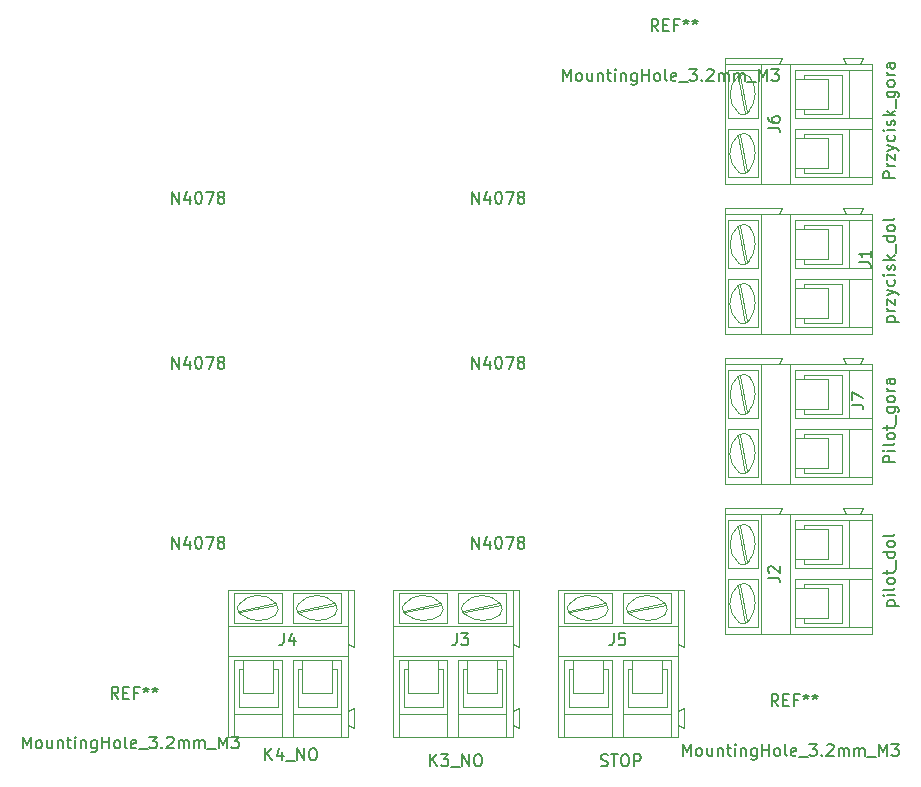
<source format=gbr>
%TF.GenerationSoftware,KiCad,Pcbnew,(5.1.7)-1*%
%TF.CreationDate,2021-07-10T18:44:26+02:00*%
%TF.ProjectId,p_ytka_podno_nik,70427974-6b61-45f7-906f-646e6f5b6e69,rev?*%
%TF.SameCoordinates,Original*%
%TF.FileFunction,Other,Fab,Top*%
%FSLAX46Y46*%
G04 Gerber Fmt 4.6, Leading zero omitted, Abs format (unit mm)*
G04 Created by KiCad (PCBNEW (5.1.7)-1) date 2021-07-10 18:44:26*
%MOMM*%
%LPD*%
G01*
G04 APERTURE LIST*
%ADD10C,0.100000*%
%ADD11C,0.150000*%
G04 APERTURE END LIST*
D10*
%TO.C,J3*%
X139250000Y-114050000D02*
X142560000Y-114050000D01*
X138870000Y-114050000D02*
X139250000Y-114050000D01*
X142940000Y-114050000D02*
X142560000Y-114050000D01*
X142560000Y-113660000D02*
X139250000Y-113660000D01*
X143500000Y-113660000D02*
X142560000Y-113660000D01*
X137550000Y-113660000D02*
X139250000Y-113660000D01*
X134250000Y-113660000D02*
X137550000Y-113660000D01*
X133310000Y-113660000D02*
X134250000Y-113660000D01*
X137550000Y-114050000D02*
X134250000Y-114050000D01*
X137930000Y-114050000D02*
X137550000Y-114050000D01*
X133870000Y-114050000D02*
X134250000Y-114050000D01*
X134400000Y-109980000D02*
X137450000Y-109350000D01*
X134270000Y-109850000D02*
X137330000Y-109220000D01*
X139410000Y-109980000D02*
X142450000Y-109350000D01*
X139280000Y-109850000D02*
X142330000Y-109220000D01*
X137930000Y-108330000D02*
X133870000Y-108330000D01*
X133870000Y-110870000D02*
X133870000Y-108330000D01*
X137930000Y-110870000D02*
X133870000Y-110870000D01*
X137930000Y-110870000D02*
X137930000Y-108330000D01*
X142940000Y-110870000D02*
X138870000Y-110870000D01*
X142940000Y-108330000D02*
X142940000Y-110870000D01*
X138870000Y-108330000D02*
X142940000Y-108330000D01*
X138870000Y-110870000D02*
X138870000Y-108330000D01*
X143500000Y-111130000D02*
X143500000Y-112650000D01*
X133310000Y-111130000D02*
X133310000Y-108080000D01*
X133310000Y-111130000D02*
X143500000Y-111130000D01*
X143500000Y-113660000D02*
X143500000Y-118360000D01*
X143500000Y-112650000D02*
X143500000Y-113660000D01*
X133310000Y-113660000D02*
X133310000Y-111130000D01*
X133310000Y-120520000D02*
X133310000Y-113660000D01*
X142560000Y-114810000D02*
X142170000Y-114810000D01*
X139250000Y-114810000D02*
X139630000Y-114810000D01*
X137550000Y-114810000D02*
X137170000Y-114810000D01*
X134250000Y-114810000D02*
X134630000Y-114810000D01*
X134250000Y-117980000D02*
X134250000Y-114810000D01*
X137550000Y-117980000D02*
X134250000Y-117980000D01*
X137550000Y-117980000D02*
X137550000Y-114810000D01*
X139250000Y-117980000D02*
X139250000Y-114810000D01*
X142560000Y-117980000D02*
X139250000Y-117980000D01*
X142560000Y-117980000D02*
X142560000Y-114810000D01*
X133870000Y-118620000D02*
X133870000Y-120520000D01*
X137930000Y-118620000D02*
X137930000Y-114050000D01*
X137930000Y-118620000D02*
X133870000Y-118620000D01*
X142940000Y-118620000D02*
X142940000Y-120520000D01*
X138870000Y-118620000D02*
X138870000Y-114050000D01*
X138870000Y-118620000D02*
X142940000Y-118620000D01*
X133870000Y-120520000D02*
X137930000Y-120520000D01*
X133310000Y-120520000D02*
X133870000Y-120520000D01*
X133870000Y-114050000D02*
X133870000Y-118620000D01*
X137930000Y-120520000D02*
X138870000Y-120520000D01*
X137930000Y-120520000D02*
X137930000Y-118620000D01*
X142940000Y-120520000D02*
X143500000Y-120520000D01*
X138870000Y-120520000D02*
X142940000Y-120520000D01*
X142940000Y-114050000D02*
X142940000Y-118620000D01*
X138870000Y-120520000D02*
X138870000Y-118620000D01*
X144000000Y-118110000D02*
X144000000Y-119760000D01*
X143500000Y-118360000D02*
X143500000Y-119510000D01*
X144000000Y-118110000D02*
X143500000Y-118360000D01*
X143500000Y-119510000D02*
X143500000Y-120520000D01*
X144000000Y-119760000D02*
X143500000Y-119510000D01*
X144000000Y-112900000D02*
X143500000Y-112650000D01*
X144000000Y-108080000D02*
X144000000Y-112900000D01*
X143500000Y-108080000D02*
X144000000Y-108080000D01*
X143500000Y-108080000D02*
X133310000Y-108080000D01*
X143500000Y-108080000D02*
X143500000Y-111130000D01*
X139630000Y-116840000D02*
X139630000Y-114050000D01*
X139630000Y-114050000D02*
X142170000Y-114050000D01*
X142170000Y-116840000D02*
X142170000Y-114050000D01*
X139630000Y-116840000D02*
X142170000Y-116840000D01*
X134630000Y-116840000D02*
X134630000Y-114050000D01*
X134630000Y-114050000D02*
X137170000Y-114050000D01*
X137170000Y-116840000D02*
X137170000Y-114050000D01*
X134630000Y-116840000D02*
X137170000Y-116840000D01*
X134327028Y-109241301D02*
G75*
G03*
X134470000Y-110170000I432972J-408699D01*
G01*
X137429976Y-109228466D02*
G75*
G03*
X134270000Y-109300000I-1549976J-1361534D01*
G01*
X134430171Y-110141418D02*
G75*
G03*
X137420000Y-110180000I1519829J1911418D01*
G01*
X137375620Y-110213996D02*
G75*
G03*
X137420000Y-109250000I-455620J503996D01*
G01*
X139327028Y-109241301D02*
G75*
G03*
X139470000Y-110170000I432972J-408699D01*
G01*
X142428239Y-109238313D02*
G75*
G03*
X139280000Y-109300000I-1548239J-1351687D01*
G01*
X139437667Y-110131737D02*
G75*
G03*
X142420000Y-110180000I1522333J1901737D01*
G01*
X142375532Y-110223995D02*
G75*
G03*
X142430000Y-109250000I-455532J513995D01*
G01*
%TO.C,J1*%
X167390000Y-80460000D02*
X167390000Y-77150000D01*
X167390000Y-80840000D02*
X167390000Y-80460000D01*
X167390000Y-76770000D02*
X167390000Y-77150000D01*
X167000000Y-77150000D02*
X167000000Y-80460000D01*
X167000000Y-76210000D02*
X167000000Y-77150000D01*
X167000000Y-82160000D02*
X167000000Y-80460000D01*
X167000000Y-85460000D02*
X167000000Y-82160000D01*
X167000000Y-86400000D02*
X167000000Y-85460000D01*
X167390000Y-82160000D02*
X167390000Y-85460000D01*
X167390000Y-81780000D02*
X167390000Y-82160000D01*
X167390000Y-85840000D02*
X167390000Y-85460000D01*
X163320000Y-85310000D02*
X162690000Y-82260000D01*
X163190000Y-85440000D02*
X162560000Y-82380000D01*
X163320000Y-80300000D02*
X162690000Y-77260000D01*
X163190000Y-80430000D02*
X162560000Y-77380000D01*
X161670000Y-81780000D02*
X161670000Y-85840000D01*
X164210000Y-85840000D02*
X161670000Y-85840000D01*
X164210000Y-81780000D02*
X164210000Y-85840000D01*
X164210000Y-81780000D02*
X161670000Y-81780000D01*
X164210000Y-76770000D02*
X164210000Y-80840000D01*
X161670000Y-76770000D02*
X164210000Y-76770000D01*
X161670000Y-80840000D02*
X161670000Y-76770000D01*
X164210000Y-80840000D02*
X161670000Y-80840000D01*
X164470000Y-76210000D02*
X165990000Y-76210000D01*
X164470000Y-86400000D02*
X161420000Y-86400000D01*
X164470000Y-86400000D02*
X164470000Y-76210000D01*
X167000000Y-76210000D02*
X171700000Y-76210000D01*
X165990000Y-76210000D02*
X167000000Y-76210000D01*
X167000000Y-86400000D02*
X164470000Y-86400000D01*
X173860000Y-86400000D02*
X167000000Y-86400000D01*
X168150000Y-77150000D02*
X168150000Y-77540000D01*
X168150000Y-80460000D02*
X168150000Y-80080000D01*
X168150000Y-82160000D02*
X168150000Y-82540000D01*
X168150000Y-85460000D02*
X168150000Y-85080000D01*
X171320000Y-85460000D02*
X168150000Y-85460000D01*
X171320000Y-82160000D02*
X171320000Y-85460000D01*
X171320000Y-82160000D02*
X168150000Y-82160000D01*
X171320000Y-80460000D02*
X168150000Y-80460000D01*
X171320000Y-77150000D02*
X171320000Y-80460000D01*
X171320000Y-77150000D02*
X168150000Y-77150000D01*
X171960000Y-85840000D02*
X173860000Y-85840000D01*
X171960000Y-81780000D02*
X167390000Y-81780000D01*
X171960000Y-81780000D02*
X171960000Y-85840000D01*
X171960000Y-76770000D02*
X173860000Y-76770000D01*
X171960000Y-80840000D02*
X167390000Y-80840000D01*
X171960000Y-80840000D02*
X171960000Y-76770000D01*
X173860000Y-85840000D02*
X173860000Y-81780000D01*
X173860000Y-86400000D02*
X173860000Y-85840000D01*
X167390000Y-85840000D02*
X171960000Y-85840000D01*
X173860000Y-81780000D02*
X173860000Y-80840000D01*
X173860000Y-81780000D02*
X171960000Y-81780000D01*
X173860000Y-76770000D02*
X173860000Y-76210000D01*
X173860000Y-80840000D02*
X173860000Y-76770000D01*
X167390000Y-76770000D02*
X171960000Y-76770000D01*
X173860000Y-80840000D02*
X171960000Y-80840000D01*
X171450000Y-75710000D02*
X173100000Y-75710000D01*
X171700000Y-76210000D02*
X172850000Y-76210000D01*
X171450000Y-75710000D02*
X171700000Y-76210000D01*
X172850000Y-76210000D02*
X173860000Y-76210000D01*
X173100000Y-75710000D02*
X172850000Y-76210000D01*
X166240000Y-75710000D02*
X165990000Y-76210000D01*
X161420000Y-75710000D02*
X166240000Y-75710000D01*
X161420000Y-76210000D02*
X161420000Y-75710000D01*
X161420000Y-76210000D02*
X161420000Y-86400000D01*
X161420000Y-76210000D02*
X164470000Y-76210000D01*
X170180000Y-80080000D02*
X167390000Y-80080000D01*
X167390000Y-80080000D02*
X167390000Y-77540000D01*
X170180000Y-77540000D02*
X167390000Y-77540000D01*
X170180000Y-80080000D02*
X170180000Y-77540000D01*
X170180000Y-85080000D02*
X167390000Y-85080000D01*
X167390000Y-85080000D02*
X167390000Y-82540000D01*
X170180000Y-82540000D02*
X167390000Y-82540000D01*
X170180000Y-85080000D02*
X170180000Y-82540000D01*
X162581301Y-85382972D02*
G75*
G03*
X163510000Y-85240000I408699J432972D01*
G01*
X162568466Y-82280024D02*
G75*
G03*
X162640000Y-85440000I1361534J-1549976D01*
G01*
X163481418Y-85279829D02*
G75*
G03*
X163520000Y-82290000I-1911418J1519829D01*
G01*
X163553996Y-82334380D02*
G75*
G03*
X162590000Y-82290000I-503996J-455620D01*
G01*
X162581301Y-80382972D02*
G75*
G03*
X163510000Y-80240000I408699J432972D01*
G01*
X162578313Y-77281761D02*
G75*
G03*
X162640000Y-80430000I1351687J-1548239D01*
G01*
X163471737Y-80272333D02*
G75*
G03*
X163520000Y-77290000I-1901737J1522333D01*
G01*
X163563995Y-77334468D02*
G75*
G03*
X162590000Y-77280000I-513995J-455532D01*
G01*
%TO.C,J7*%
X167390000Y-93160000D02*
X167390000Y-89850000D01*
X167390000Y-93540000D02*
X167390000Y-93160000D01*
X167390000Y-89470000D02*
X167390000Y-89850000D01*
X167000000Y-89850000D02*
X167000000Y-93160000D01*
X167000000Y-88910000D02*
X167000000Y-89850000D01*
X167000000Y-94860000D02*
X167000000Y-93160000D01*
X167000000Y-98160000D02*
X167000000Y-94860000D01*
X167000000Y-99100000D02*
X167000000Y-98160000D01*
X167390000Y-94860000D02*
X167390000Y-98160000D01*
X167390000Y-94480000D02*
X167390000Y-94860000D01*
X167390000Y-98540000D02*
X167390000Y-98160000D01*
X163320000Y-98010000D02*
X162690000Y-94960000D01*
X163190000Y-98140000D02*
X162560000Y-95080000D01*
X163320000Y-93000000D02*
X162690000Y-89960000D01*
X163190000Y-93130000D02*
X162560000Y-90080000D01*
X161670000Y-94480000D02*
X161670000Y-98540000D01*
X164210000Y-98540000D02*
X161670000Y-98540000D01*
X164210000Y-94480000D02*
X164210000Y-98540000D01*
X164210000Y-94480000D02*
X161670000Y-94480000D01*
X164210000Y-89470000D02*
X164210000Y-93540000D01*
X161670000Y-89470000D02*
X164210000Y-89470000D01*
X161670000Y-93540000D02*
X161670000Y-89470000D01*
X164210000Y-93540000D02*
X161670000Y-93540000D01*
X164470000Y-88910000D02*
X165990000Y-88910000D01*
X164470000Y-99100000D02*
X161420000Y-99100000D01*
X164470000Y-99100000D02*
X164470000Y-88910000D01*
X167000000Y-88910000D02*
X171700000Y-88910000D01*
X165990000Y-88910000D02*
X167000000Y-88910000D01*
X167000000Y-99100000D02*
X164470000Y-99100000D01*
X173860000Y-99100000D02*
X167000000Y-99100000D01*
X168150000Y-89850000D02*
X168150000Y-90240000D01*
X168150000Y-93160000D02*
X168150000Y-92780000D01*
X168150000Y-94860000D02*
X168150000Y-95240000D01*
X168150000Y-98160000D02*
X168150000Y-97780000D01*
X171320000Y-98160000D02*
X168150000Y-98160000D01*
X171320000Y-94860000D02*
X171320000Y-98160000D01*
X171320000Y-94860000D02*
X168150000Y-94860000D01*
X171320000Y-93160000D02*
X168150000Y-93160000D01*
X171320000Y-89850000D02*
X171320000Y-93160000D01*
X171320000Y-89850000D02*
X168150000Y-89850000D01*
X171960000Y-98540000D02*
X173860000Y-98540000D01*
X171960000Y-94480000D02*
X167390000Y-94480000D01*
X171960000Y-94480000D02*
X171960000Y-98540000D01*
X171960000Y-89470000D02*
X173860000Y-89470000D01*
X171960000Y-93540000D02*
X167390000Y-93540000D01*
X171960000Y-93540000D02*
X171960000Y-89470000D01*
X173860000Y-98540000D02*
X173860000Y-94480000D01*
X173860000Y-99100000D02*
X173860000Y-98540000D01*
X167390000Y-98540000D02*
X171960000Y-98540000D01*
X173860000Y-94480000D02*
X173860000Y-93540000D01*
X173860000Y-94480000D02*
X171960000Y-94480000D01*
X173860000Y-89470000D02*
X173860000Y-88910000D01*
X173860000Y-93540000D02*
X173860000Y-89470000D01*
X167390000Y-89470000D02*
X171960000Y-89470000D01*
X173860000Y-93540000D02*
X171960000Y-93540000D01*
X171450000Y-88410000D02*
X173100000Y-88410000D01*
X171700000Y-88910000D02*
X172850000Y-88910000D01*
X171450000Y-88410000D02*
X171700000Y-88910000D01*
X172850000Y-88910000D02*
X173860000Y-88910000D01*
X173100000Y-88410000D02*
X172850000Y-88910000D01*
X166240000Y-88410000D02*
X165990000Y-88910000D01*
X161420000Y-88410000D02*
X166240000Y-88410000D01*
X161420000Y-88910000D02*
X161420000Y-88410000D01*
X161420000Y-88910000D02*
X161420000Y-99100000D01*
X161420000Y-88910000D02*
X164470000Y-88910000D01*
X170180000Y-92780000D02*
X167390000Y-92780000D01*
X167390000Y-92780000D02*
X167390000Y-90240000D01*
X170180000Y-90240000D02*
X167390000Y-90240000D01*
X170180000Y-92780000D02*
X170180000Y-90240000D01*
X170180000Y-97780000D02*
X167390000Y-97780000D01*
X167390000Y-97780000D02*
X167390000Y-95240000D01*
X170180000Y-95240000D02*
X167390000Y-95240000D01*
X170180000Y-97780000D02*
X170180000Y-95240000D01*
X162581301Y-98082972D02*
G75*
G03*
X163510000Y-97940000I408699J432972D01*
G01*
X162568466Y-94980024D02*
G75*
G03*
X162640000Y-98140000I1361534J-1549976D01*
G01*
X163481418Y-97979829D02*
G75*
G03*
X163520000Y-94990000I-1911418J1519829D01*
G01*
X163553996Y-95034380D02*
G75*
G03*
X162590000Y-94990000I-503996J-455620D01*
G01*
X162581301Y-93082972D02*
G75*
G03*
X163510000Y-92940000I408699J432972D01*
G01*
X162578313Y-89981761D02*
G75*
G03*
X162640000Y-93130000I1351687J-1548239D01*
G01*
X163471737Y-92972333D02*
G75*
G03*
X163520000Y-89990000I-1901737J1522333D01*
G01*
X163563995Y-90034468D02*
G75*
G03*
X162590000Y-89980000I-513995J-455532D01*
G01*
%TO.C,J6*%
X163563995Y-64634468D02*
G75*
G03*
X162590000Y-64580000I-513995J-455532D01*
G01*
X163471737Y-67572333D02*
G75*
G03*
X163520000Y-64590000I-1901737J1522333D01*
G01*
X162578313Y-64581761D02*
G75*
G03*
X162640000Y-67730000I1351687J-1548239D01*
G01*
X162581301Y-67682972D02*
G75*
G03*
X163510000Y-67540000I408699J432972D01*
G01*
X163553996Y-69634380D02*
G75*
G03*
X162590000Y-69590000I-503996J-455620D01*
G01*
X163481418Y-72579829D02*
G75*
G03*
X163520000Y-69590000I-1911418J1519829D01*
G01*
X162568466Y-69580024D02*
G75*
G03*
X162640000Y-72740000I1361534J-1549976D01*
G01*
X162581301Y-72682972D02*
G75*
G03*
X163510000Y-72540000I408699J432972D01*
G01*
X170180000Y-72380000D02*
X170180000Y-69840000D01*
X170180000Y-69840000D02*
X167390000Y-69840000D01*
X167390000Y-72380000D02*
X167390000Y-69840000D01*
X170180000Y-72380000D02*
X167390000Y-72380000D01*
X170180000Y-67380000D02*
X170180000Y-64840000D01*
X170180000Y-64840000D02*
X167390000Y-64840000D01*
X167390000Y-67380000D02*
X167390000Y-64840000D01*
X170180000Y-67380000D02*
X167390000Y-67380000D01*
X161420000Y-63510000D02*
X164470000Y-63510000D01*
X161420000Y-63510000D02*
X161420000Y-73700000D01*
X161420000Y-63510000D02*
X161420000Y-63010000D01*
X161420000Y-63010000D02*
X166240000Y-63010000D01*
X166240000Y-63010000D02*
X165990000Y-63510000D01*
X173100000Y-63010000D02*
X172850000Y-63510000D01*
X172850000Y-63510000D02*
X173860000Y-63510000D01*
X171450000Y-63010000D02*
X171700000Y-63510000D01*
X171700000Y-63510000D02*
X172850000Y-63510000D01*
X171450000Y-63010000D02*
X173100000Y-63010000D01*
X173860000Y-68140000D02*
X171960000Y-68140000D01*
X167390000Y-64070000D02*
X171960000Y-64070000D01*
X173860000Y-68140000D02*
X173860000Y-64070000D01*
X173860000Y-64070000D02*
X173860000Y-63510000D01*
X173860000Y-69080000D02*
X171960000Y-69080000D01*
X173860000Y-69080000D02*
X173860000Y-68140000D01*
X167390000Y-73140000D02*
X171960000Y-73140000D01*
X173860000Y-73700000D02*
X173860000Y-73140000D01*
X173860000Y-73140000D02*
X173860000Y-69080000D01*
X171960000Y-68140000D02*
X171960000Y-64070000D01*
X171960000Y-68140000D02*
X167390000Y-68140000D01*
X171960000Y-64070000D02*
X173860000Y-64070000D01*
X171960000Y-69080000D02*
X171960000Y-73140000D01*
X171960000Y-69080000D02*
X167390000Y-69080000D01*
X171960000Y-73140000D02*
X173860000Y-73140000D01*
X171320000Y-64450000D02*
X168150000Y-64450000D01*
X171320000Y-64450000D02*
X171320000Y-67760000D01*
X171320000Y-67760000D02*
X168150000Y-67760000D01*
X171320000Y-69460000D02*
X168150000Y-69460000D01*
X171320000Y-69460000D02*
X171320000Y-72760000D01*
X171320000Y-72760000D02*
X168150000Y-72760000D01*
X168150000Y-72760000D02*
X168150000Y-72380000D01*
X168150000Y-69460000D02*
X168150000Y-69840000D01*
X168150000Y-67760000D02*
X168150000Y-67380000D01*
X168150000Y-64450000D02*
X168150000Y-64840000D01*
X173860000Y-73700000D02*
X167000000Y-73700000D01*
X167000000Y-73700000D02*
X164470000Y-73700000D01*
X165990000Y-63510000D02*
X167000000Y-63510000D01*
X167000000Y-63510000D02*
X171700000Y-63510000D01*
X164470000Y-73700000D02*
X164470000Y-63510000D01*
X164470000Y-73700000D02*
X161420000Y-73700000D01*
X164470000Y-63510000D02*
X165990000Y-63510000D01*
X164210000Y-68140000D02*
X161670000Y-68140000D01*
X161670000Y-68140000D02*
X161670000Y-64070000D01*
X161670000Y-64070000D02*
X164210000Y-64070000D01*
X164210000Y-64070000D02*
X164210000Y-68140000D01*
X164210000Y-69080000D02*
X161670000Y-69080000D01*
X164210000Y-69080000D02*
X164210000Y-73140000D01*
X164210000Y-73140000D02*
X161670000Y-73140000D01*
X161670000Y-69080000D02*
X161670000Y-73140000D01*
X163190000Y-67730000D02*
X162560000Y-64680000D01*
X163320000Y-67600000D02*
X162690000Y-64560000D01*
X163190000Y-72740000D02*
X162560000Y-69680000D01*
X163320000Y-72610000D02*
X162690000Y-69560000D01*
X167390000Y-73140000D02*
X167390000Y-72760000D01*
X167390000Y-69080000D02*
X167390000Y-69460000D01*
X167390000Y-69460000D02*
X167390000Y-72760000D01*
X167000000Y-73700000D02*
X167000000Y-72760000D01*
X167000000Y-72760000D02*
X167000000Y-69460000D01*
X167000000Y-69460000D02*
X167000000Y-67760000D01*
X167000000Y-63510000D02*
X167000000Y-64450000D01*
X167000000Y-64450000D02*
X167000000Y-67760000D01*
X167390000Y-64070000D02*
X167390000Y-64450000D01*
X167390000Y-68140000D02*
X167390000Y-67760000D01*
X167390000Y-67760000D02*
X167390000Y-64450000D01*
%TO.C,J5*%
X153220000Y-114050000D02*
X156530000Y-114050000D01*
X152840000Y-114050000D02*
X153220000Y-114050000D01*
X156910000Y-114050000D02*
X156530000Y-114050000D01*
X156530000Y-113660000D02*
X153220000Y-113660000D01*
X157470000Y-113660000D02*
X156530000Y-113660000D01*
X151520000Y-113660000D02*
X153220000Y-113660000D01*
X148220000Y-113660000D02*
X151520000Y-113660000D01*
X147280000Y-113660000D02*
X148220000Y-113660000D01*
X151520000Y-114050000D02*
X148220000Y-114050000D01*
X151900000Y-114050000D02*
X151520000Y-114050000D01*
X147840000Y-114050000D02*
X148220000Y-114050000D01*
X148370000Y-109980000D02*
X151420000Y-109350000D01*
X148240000Y-109850000D02*
X151300000Y-109220000D01*
X153380000Y-109980000D02*
X156420000Y-109350000D01*
X153250000Y-109850000D02*
X156300000Y-109220000D01*
X151900000Y-108330000D02*
X147840000Y-108330000D01*
X147840000Y-110870000D02*
X147840000Y-108330000D01*
X151900000Y-110870000D02*
X147840000Y-110870000D01*
X151900000Y-110870000D02*
X151900000Y-108330000D01*
X156910000Y-110870000D02*
X152840000Y-110870000D01*
X156910000Y-108330000D02*
X156910000Y-110870000D01*
X152840000Y-108330000D02*
X156910000Y-108330000D01*
X152840000Y-110870000D02*
X152840000Y-108330000D01*
X157470000Y-111130000D02*
X157470000Y-112650000D01*
X147280000Y-111130000D02*
X147280000Y-108080000D01*
X147280000Y-111130000D02*
X157470000Y-111130000D01*
X157470000Y-113660000D02*
X157470000Y-118360000D01*
X157470000Y-112650000D02*
X157470000Y-113660000D01*
X147280000Y-113660000D02*
X147280000Y-111130000D01*
X147280000Y-120520000D02*
X147280000Y-113660000D01*
X156530000Y-114810000D02*
X156140000Y-114810000D01*
X153220000Y-114810000D02*
X153600000Y-114810000D01*
X151520000Y-114810000D02*
X151140000Y-114810000D01*
X148220000Y-114810000D02*
X148600000Y-114810000D01*
X148220000Y-117980000D02*
X148220000Y-114810000D01*
X151520000Y-117980000D02*
X148220000Y-117980000D01*
X151520000Y-117980000D02*
X151520000Y-114810000D01*
X153220000Y-117980000D02*
X153220000Y-114810000D01*
X156530000Y-117980000D02*
X153220000Y-117980000D01*
X156530000Y-117980000D02*
X156530000Y-114810000D01*
X147840000Y-118620000D02*
X147840000Y-120520000D01*
X151900000Y-118620000D02*
X151900000Y-114050000D01*
X151900000Y-118620000D02*
X147840000Y-118620000D01*
X156910000Y-118620000D02*
X156910000Y-120520000D01*
X152840000Y-118620000D02*
X152840000Y-114050000D01*
X152840000Y-118620000D02*
X156910000Y-118620000D01*
X147840000Y-120520000D02*
X151900000Y-120520000D01*
X147280000Y-120520000D02*
X147840000Y-120520000D01*
X147840000Y-114050000D02*
X147840000Y-118620000D01*
X151900000Y-120520000D02*
X152840000Y-120520000D01*
X151900000Y-120520000D02*
X151900000Y-118620000D01*
X156910000Y-120520000D02*
X157470000Y-120520000D01*
X152840000Y-120520000D02*
X156910000Y-120520000D01*
X156910000Y-114050000D02*
X156910000Y-118620000D01*
X152840000Y-120520000D02*
X152840000Y-118620000D01*
X157970000Y-118110000D02*
X157970000Y-119760000D01*
X157470000Y-118360000D02*
X157470000Y-119510000D01*
X157970000Y-118110000D02*
X157470000Y-118360000D01*
X157470000Y-119510000D02*
X157470000Y-120520000D01*
X157970000Y-119760000D02*
X157470000Y-119510000D01*
X157970000Y-112900000D02*
X157470000Y-112650000D01*
X157970000Y-108080000D02*
X157970000Y-112900000D01*
X157470000Y-108080000D02*
X157970000Y-108080000D01*
X157470000Y-108080000D02*
X147280000Y-108080000D01*
X157470000Y-108080000D02*
X157470000Y-111130000D01*
X153600000Y-116840000D02*
X153600000Y-114050000D01*
X153600000Y-114050000D02*
X156140000Y-114050000D01*
X156140000Y-116840000D02*
X156140000Y-114050000D01*
X153600000Y-116840000D02*
X156140000Y-116840000D01*
X148600000Y-116840000D02*
X148600000Y-114050000D01*
X148600000Y-114050000D02*
X151140000Y-114050000D01*
X151140000Y-116840000D02*
X151140000Y-114050000D01*
X148600000Y-116840000D02*
X151140000Y-116840000D01*
X148297028Y-109241301D02*
G75*
G03*
X148440000Y-110170000I432972J-408699D01*
G01*
X151399976Y-109228466D02*
G75*
G03*
X148240000Y-109300000I-1549976J-1361534D01*
G01*
X148400171Y-110141418D02*
G75*
G03*
X151390000Y-110180000I1519829J1911418D01*
G01*
X151345620Y-110213996D02*
G75*
G03*
X151390000Y-109250000I-455620J503996D01*
G01*
X153297028Y-109241301D02*
G75*
G03*
X153440000Y-110170000I432972J-408699D01*
G01*
X156398239Y-109238313D02*
G75*
G03*
X153250000Y-109300000I-1548239J-1351687D01*
G01*
X153407667Y-110131737D02*
G75*
G03*
X156390000Y-110180000I1522333J1901737D01*
G01*
X156345532Y-110223995D02*
G75*
G03*
X156400000Y-109250000I-455532J513995D01*
G01*
%TO.C,J4*%
X125280000Y-114050000D02*
X128590000Y-114050000D01*
X124900000Y-114050000D02*
X125280000Y-114050000D01*
X128970000Y-114050000D02*
X128590000Y-114050000D01*
X128590000Y-113660000D02*
X125280000Y-113660000D01*
X129530000Y-113660000D02*
X128590000Y-113660000D01*
X123580000Y-113660000D02*
X125280000Y-113660000D01*
X120280000Y-113660000D02*
X123580000Y-113660000D01*
X119340000Y-113660000D02*
X120280000Y-113660000D01*
X123580000Y-114050000D02*
X120280000Y-114050000D01*
X123960000Y-114050000D02*
X123580000Y-114050000D01*
X119900000Y-114050000D02*
X120280000Y-114050000D01*
X120430000Y-109980000D02*
X123480000Y-109350000D01*
X120300000Y-109850000D02*
X123360000Y-109220000D01*
X125440000Y-109980000D02*
X128480000Y-109350000D01*
X125310000Y-109850000D02*
X128360000Y-109220000D01*
X123960000Y-108330000D02*
X119900000Y-108330000D01*
X119900000Y-110870000D02*
X119900000Y-108330000D01*
X123960000Y-110870000D02*
X119900000Y-110870000D01*
X123960000Y-110870000D02*
X123960000Y-108330000D01*
X128970000Y-110870000D02*
X124900000Y-110870000D01*
X128970000Y-108330000D02*
X128970000Y-110870000D01*
X124900000Y-108330000D02*
X128970000Y-108330000D01*
X124900000Y-110870000D02*
X124900000Y-108330000D01*
X129530000Y-111130000D02*
X129530000Y-112650000D01*
X119340000Y-111130000D02*
X119340000Y-108080000D01*
X119340000Y-111130000D02*
X129530000Y-111130000D01*
X129530000Y-113660000D02*
X129530000Y-118360000D01*
X129530000Y-112650000D02*
X129530000Y-113660000D01*
X119340000Y-113660000D02*
X119340000Y-111130000D01*
X119340000Y-120520000D02*
X119340000Y-113660000D01*
X128590000Y-114810000D02*
X128200000Y-114810000D01*
X125280000Y-114810000D02*
X125660000Y-114810000D01*
X123580000Y-114810000D02*
X123200000Y-114810000D01*
X120280000Y-114810000D02*
X120660000Y-114810000D01*
X120280000Y-117980000D02*
X120280000Y-114810000D01*
X123580000Y-117980000D02*
X120280000Y-117980000D01*
X123580000Y-117980000D02*
X123580000Y-114810000D01*
X125280000Y-117980000D02*
X125280000Y-114810000D01*
X128590000Y-117980000D02*
X125280000Y-117980000D01*
X128590000Y-117980000D02*
X128590000Y-114810000D01*
X119900000Y-118620000D02*
X119900000Y-120520000D01*
X123960000Y-118620000D02*
X123960000Y-114050000D01*
X123960000Y-118620000D02*
X119900000Y-118620000D01*
X128970000Y-118620000D02*
X128970000Y-120520000D01*
X124900000Y-118620000D02*
X124900000Y-114050000D01*
X124900000Y-118620000D02*
X128970000Y-118620000D01*
X119900000Y-120520000D02*
X123960000Y-120520000D01*
X119340000Y-120520000D02*
X119900000Y-120520000D01*
X119900000Y-114050000D02*
X119900000Y-118620000D01*
X123960000Y-120520000D02*
X124900000Y-120520000D01*
X123960000Y-120520000D02*
X123960000Y-118620000D01*
X128970000Y-120520000D02*
X129530000Y-120520000D01*
X124900000Y-120520000D02*
X128970000Y-120520000D01*
X128970000Y-114050000D02*
X128970000Y-118620000D01*
X124900000Y-120520000D02*
X124900000Y-118620000D01*
X130030000Y-118110000D02*
X130030000Y-119760000D01*
X129530000Y-118360000D02*
X129530000Y-119510000D01*
X130030000Y-118110000D02*
X129530000Y-118360000D01*
X129530000Y-119510000D02*
X129530000Y-120520000D01*
X130030000Y-119760000D02*
X129530000Y-119510000D01*
X130030000Y-112900000D02*
X129530000Y-112650000D01*
X130030000Y-108080000D02*
X130030000Y-112900000D01*
X129530000Y-108080000D02*
X130030000Y-108080000D01*
X129530000Y-108080000D02*
X119340000Y-108080000D01*
X129530000Y-108080000D02*
X129530000Y-111130000D01*
X125660000Y-116840000D02*
X125660000Y-114050000D01*
X125660000Y-114050000D02*
X128200000Y-114050000D01*
X128200000Y-116840000D02*
X128200000Y-114050000D01*
X125660000Y-116840000D02*
X128200000Y-116840000D01*
X120660000Y-116840000D02*
X120660000Y-114050000D01*
X120660000Y-114050000D02*
X123200000Y-114050000D01*
X123200000Y-116840000D02*
X123200000Y-114050000D01*
X120660000Y-116840000D02*
X123200000Y-116840000D01*
X120357028Y-109241301D02*
G75*
G03*
X120500000Y-110170000I432972J-408699D01*
G01*
X123459976Y-109228466D02*
G75*
G03*
X120300000Y-109300000I-1549976J-1361534D01*
G01*
X120460171Y-110141418D02*
G75*
G03*
X123450000Y-110180000I1519829J1911418D01*
G01*
X123405620Y-110213996D02*
G75*
G03*
X123450000Y-109250000I-455620J503996D01*
G01*
X125357028Y-109241301D02*
G75*
G03*
X125500000Y-110170000I432972J-408699D01*
G01*
X128458239Y-109238313D02*
G75*
G03*
X125310000Y-109300000I-1548239J-1351687D01*
G01*
X125467667Y-110131737D02*
G75*
G03*
X128450000Y-110180000I1522333J1901737D01*
G01*
X128405532Y-110223995D02*
G75*
G03*
X128460000Y-109250000I-455532J513995D01*
G01*
%TO.C,J2*%
X167390000Y-105860000D02*
X167390000Y-102550000D01*
X167390000Y-106240000D02*
X167390000Y-105860000D01*
X167390000Y-102170000D02*
X167390000Y-102550000D01*
X167000000Y-102550000D02*
X167000000Y-105860000D01*
X167000000Y-101610000D02*
X167000000Y-102550000D01*
X167000000Y-107560000D02*
X167000000Y-105860000D01*
X167000000Y-110860000D02*
X167000000Y-107560000D01*
X167000000Y-111800000D02*
X167000000Y-110860000D01*
X167390000Y-107560000D02*
X167390000Y-110860000D01*
X167390000Y-107180000D02*
X167390000Y-107560000D01*
X167390000Y-111240000D02*
X167390000Y-110860000D01*
X163320000Y-110710000D02*
X162690000Y-107660000D01*
X163190000Y-110840000D02*
X162560000Y-107780000D01*
X163320000Y-105700000D02*
X162690000Y-102660000D01*
X163190000Y-105830000D02*
X162560000Y-102780000D01*
X161670000Y-107180000D02*
X161670000Y-111240000D01*
X164210000Y-111240000D02*
X161670000Y-111240000D01*
X164210000Y-107180000D02*
X164210000Y-111240000D01*
X164210000Y-107180000D02*
X161670000Y-107180000D01*
X164210000Y-102170000D02*
X164210000Y-106240000D01*
X161670000Y-102170000D02*
X164210000Y-102170000D01*
X161670000Y-106240000D02*
X161670000Y-102170000D01*
X164210000Y-106240000D02*
X161670000Y-106240000D01*
X164470000Y-101610000D02*
X165990000Y-101610000D01*
X164470000Y-111800000D02*
X161420000Y-111800000D01*
X164470000Y-111800000D02*
X164470000Y-101610000D01*
X167000000Y-101610000D02*
X171700000Y-101610000D01*
X165990000Y-101610000D02*
X167000000Y-101610000D01*
X167000000Y-111800000D02*
X164470000Y-111800000D01*
X173860000Y-111800000D02*
X167000000Y-111800000D01*
X168150000Y-102550000D02*
X168150000Y-102940000D01*
X168150000Y-105860000D02*
X168150000Y-105480000D01*
X168150000Y-107560000D02*
X168150000Y-107940000D01*
X168150000Y-110860000D02*
X168150000Y-110480000D01*
X171320000Y-110860000D02*
X168150000Y-110860000D01*
X171320000Y-107560000D02*
X171320000Y-110860000D01*
X171320000Y-107560000D02*
X168150000Y-107560000D01*
X171320000Y-105860000D02*
X168150000Y-105860000D01*
X171320000Y-102550000D02*
X171320000Y-105860000D01*
X171320000Y-102550000D02*
X168150000Y-102550000D01*
X171960000Y-111240000D02*
X173860000Y-111240000D01*
X171960000Y-107180000D02*
X167390000Y-107180000D01*
X171960000Y-107180000D02*
X171960000Y-111240000D01*
X171960000Y-102170000D02*
X173860000Y-102170000D01*
X171960000Y-106240000D02*
X167390000Y-106240000D01*
X171960000Y-106240000D02*
X171960000Y-102170000D01*
X173860000Y-111240000D02*
X173860000Y-107180000D01*
X173860000Y-111800000D02*
X173860000Y-111240000D01*
X167390000Y-111240000D02*
X171960000Y-111240000D01*
X173860000Y-107180000D02*
X173860000Y-106240000D01*
X173860000Y-107180000D02*
X171960000Y-107180000D01*
X173860000Y-102170000D02*
X173860000Y-101610000D01*
X173860000Y-106240000D02*
X173860000Y-102170000D01*
X167390000Y-102170000D02*
X171960000Y-102170000D01*
X173860000Y-106240000D02*
X171960000Y-106240000D01*
X171450000Y-101110000D02*
X173100000Y-101110000D01*
X171700000Y-101610000D02*
X172850000Y-101610000D01*
X171450000Y-101110000D02*
X171700000Y-101610000D01*
X172850000Y-101610000D02*
X173860000Y-101610000D01*
X173100000Y-101110000D02*
X172850000Y-101610000D01*
X166240000Y-101110000D02*
X165990000Y-101610000D01*
X161420000Y-101110000D02*
X166240000Y-101110000D01*
X161420000Y-101610000D02*
X161420000Y-101110000D01*
X161420000Y-101610000D02*
X161420000Y-111800000D01*
X161420000Y-101610000D02*
X164470000Y-101610000D01*
X170180000Y-105480000D02*
X167390000Y-105480000D01*
X167390000Y-105480000D02*
X167390000Y-102940000D01*
X170180000Y-102940000D02*
X167390000Y-102940000D01*
X170180000Y-105480000D02*
X170180000Y-102940000D01*
X170180000Y-110480000D02*
X167390000Y-110480000D01*
X167390000Y-110480000D02*
X167390000Y-107940000D01*
X170180000Y-107940000D02*
X167390000Y-107940000D01*
X170180000Y-110480000D02*
X170180000Y-107940000D01*
X162581301Y-110782972D02*
G75*
G03*
X163510000Y-110640000I408699J432972D01*
G01*
X162568466Y-107680024D02*
G75*
G03*
X162640000Y-110840000I1361534J-1549976D01*
G01*
X163481418Y-110679829D02*
G75*
G03*
X163520000Y-107690000I-1911418J1519829D01*
G01*
X163553996Y-107734380D02*
G75*
G03*
X162590000Y-107690000I-503996J-455620D01*
G01*
X162581301Y-105782972D02*
G75*
G03*
X163510000Y-105640000I408699J432972D01*
G01*
X162578313Y-102681761D02*
G75*
G03*
X162640000Y-105830000I1351687J-1548239D01*
G01*
X163471737Y-105672333D02*
G75*
G03*
X163520000Y-102690000I-1901737J1522333D01*
G01*
X163563995Y-102734468D02*
G75*
G03*
X162590000Y-102680000I-513995J-455532D01*
G01*
%TD*%
%TO.C,REF\u002A\u002A*%
D11*
X147725952Y-64977380D02*
X147725952Y-63977380D01*
X148059285Y-64691666D01*
X148392619Y-63977380D01*
X148392619Y-64977380D01*
X149011666Y-64977380D02*
X148916428Y-64929761D01*
X148868809Y-64882142D01*
X148821190Y-64786904D01*
X148821190Y-64501190D01*
X148868809Y-64405952D01*
X148916428Y-64358333D01*
X149011666Y-64310714D01*
X149154523Y-64310714D01*
X149249761Y-64358333D01*
X149297380Y-64405952D01*
X149345000Y-64501190D01*
X149345000Y-64786904D01*
X149297380Y-64882142D01*
X149249761Y-64929761D01*
X149154523Y-64977380D01*
X149011666Y-64977380D01*
X150202142Y-64310714D02*
X150202142Y-64977380D01*
X149773571Y-64310714D02*
X149773571Y-64834523D01*
X149821190Y-64929761D01*
X149916428Y-64977380D01*
X150059285Y-64977380D01*
X150154523Y-64929761D01*
X150202142Y-64882142D01*
X150678333Y-64310714D02*
X150678333Y-64977380D01*
X150678333Y-64405952D02*
X150725952Y-64358333D01*
X150821190Y-64310714D01*
X150964047Y-64310714D01*
X151059285Y-64358333D01*
X151106904Y-64453571D01*
X151106904Y-64977380D01*
X151440238Y-64310714D02*
X151821190Y-64310714D01*
X151583095Y-63977380D02*
X151583095Y-64834523D01*
X151630714Y-64929761D01*
X151725952Y-64977380D01*
X151821190Y-64977380D01*
X152154523Y-64977380D02*
X152154523Y-64310714D01*
X152154523Y-63977380D02*
X152106904Y-64025000D01*
X152154523Y-64072619D01*
X152202142Y-64025000D01*
X152154523Y-63977380D01*
X152154523Y-64072619D01*
X152630714Y-64310714D02*
X152630714Y-64977380D01*
X152630714Y-64405952D02*
X152678333Y-64358333D01*
X152773571Y-64310714D01*
X152916428Y-64310714D01*
X153011666Y-64358333D01*
X153059285Y-64453571D01*
X153059285Y-64977380D01*
X153964047Y-64310714D02*
X153964047Y-65120238D01*
X153916428Y-65215476D01*
X153868809Y-65263095D01*
X153773571Y-65310714D01*
X153630714Y-65310714D01*
X153535476Y-65263095D01*
X153964047Y-64929761D02*
X153868809Y-64977380D01*
X153678333Y-64977380D01*
X153583095Y-64929761D01*
X153535476Y-64882142D01*
X153487857Y-64786904D01*
X153487857Y-64501190D01*
X153535476Y-64405952D01*
X153583095Y-64358333D01*
X153678333Y-64310714D01*
X153868809Y-64310714D01*
X153964047Y-64358333D01*
X154440238Y-64977380D02*
X154440238Y-63977380D01*
X154440238Y-64453571D02*
X155011666Y-64453571D01*
X155011666Y-64977380D02*
X155011666Y-63977380D01*
X155630714Y-64977380D02*
X155535476Y-64929761D01*
X155487857Y-64882142D01*
X155440238Y-64786904D01*
X155440238Y-64501190D01*
X155487857Y-64405952D01*
X155535476Y-64358333D01*
X155630714Y-64310714D01*
X155773571Y-64310714D01*
X155868809Y-64358333D01*
X155916428Y-64405952D01*
X155964047Y-64501190D01*
X155964047Y-64786904D01*
X155916428Y-64882142D01*
X155868809Y-64929761D01*
X155773571Y-64977380D01*
X155630714Y-64977380D01*
X156535476Y-64977380D02*
X156440238Y-64929761D01*
X156392619Y-64834523D01*
X156392619Y-63977380D01*
X157297380Y-64929761D02*
X157202142Y-64977380D01*
X157011666Y-64977380D01*
X156916428Y-64929761D01*
X156868809Y-64834523D01*
X156868809Y-64453571D01*
X156916428Y-64358333D01*
X157011666Y-64310714D01*
X157202142Y-64310714D01*
X157297380Y-64358333D01*
X157345000Y-64453571D01*
X157345000Y-64548809D01*
X156868809Y-64644047D01*
X157535476Y-65072619D02*
X158297380Y-65072619D01*
X158440238Y-63977380D02*
X159059285Y-63977380D01*
X158725952Y-64358333D01*
X158868809Y-64358333D01*
X158964047Y-64405952D01*
X159011666Y-64453571D01*
X159059285Y-64548809D01*
X159059285Y-64786904D01*
X159011666Y-64882142D01*
X158964047Y-64929761D01*
X158868809Y-64977380D01*
X158583095Y-64977380D01*
X158487857Y-64929761D01*
X158440238Y-64882142D01*
X159487857Y-64882142D02*
X159535476Y-64929761D01*
X159487857Y-64977380D01*
X159440238Y-64929761D01*
X159487857Y-64882142D01*
X159487857Y-64977380D01*
X159916428Y-64072619D02*
X159964047Y-64025000D01*
X160059285Y-63977380D01*
X160297380Y-63977380D01*
X160392619Y-64025000D01*
X160440238Y-64072619D01*
X160487857Y-64167857D01*
X160487857Y-64263095D01*
X160440238Y-64405952D01*
X159868809Y-64977380D01*
X160487857Y-64977380D01*
X160916428Y-64977380D02*
X160916428Y-64310714D01*
X160916428Y-64405952D02*
X160964047Y-64358333D01*
X161059285Y-64310714D01*
X161202142Y-64310714D01*
X161297380Y-64358333D01*
X161345000Y-64453571D01*
X161345000Y-64977380D01*
X161345000Y-64453571D02*
X161392619Y-64358333D01*
X161487857Y-64310714D01*
X161630714Y-64310714D01*
X161725952Y-64358333D01*
X161773571Y-64453571D01*
X161773571Y-64977380D01*
X162249761Y-64977380D02*
X162249761Y-64310714D01*
X162249761Y-64405952D02*
X162297380Y-64358333D01*
X162392619Y-64310714D01*
X162535476Y-64310714D01*
X162630714Y-64358333D01*
X162678333Y-64453571D01*
X162678333Y-64977380D01*
X162678333Y-64453571D02*
X162725952Y-64358333D01*
X162821190Y-64310714D01*
X162964047Y-64310714D01*
X163059285Y-64358333D01*
X163106904Y-64453571D01*
X163106904Y-64977380D01*
X163345000Y-65072619D02*
X164106904Y-65072619D01*
X164345000Y-64977380D02*
X164345000Y-63977380D01*
X164678333Y-64691666D01*
X165011666Y-63977380D01*
X165011666Y-64977380D01*
X165392619Y-63977380D02*
X166011666Y-63977380D01*
X165678333Y-64358333D01*
X165821190Y-64358333D01*
X165916428Y-64405952D01*
X165964047Y-64453571D01*
X166011666Y-64548809D01*
X166011666Y-64786904D01*
X165964047Y-64882142D01*
X165916428Y-64929761D01*
X165821190Y-64977380D01*
X165535476Y-64977380D01*
X165440238Y-64929761D01*
X165392619Y-64882142D01*
X155811666Y-60777380D02*
X155478333Y-60301190D01*
X155240238Y-60777380D02*
X155240238Y-59777380D01*
X155621190Y-59777380D01*
X155716428Y-59825000D01*
X155764047Y-59872619D01*
X155811666Y-59967857D01*
X155811666Y-60110714D01*
X155764047Y-60205952D01*
X155716428Y-60253571D01*
X155621190Y-60301190D01*
X155240238Y-60301190D01*
X156240238Y-60253571D02*
X156573571Y-60253571D01*
X156716428Y-60777380D02*
X156240238Y-60777380D01*
X156240238Y-59777380D01*
X156716428Y-59777380D01*
X157478333Y-60253571D02*
X157145000Y-60253571D01*
X157145000Y-60777380D02*
X157145000Y-59777380D01*
X157621190Y-59777380D01*
X158145000Y-59777380D02*
X158145000Y-60015476D01*
X157906904Y-59920238D02*
X158145000Y-60015476D01*
X158383095Y-59920238D01*
X158002142Y-60205952D02*
X158145000Y-60015476D01*
X158287857Y-60205952D01*
X158906904Y-59777380D02*
X158906904Y-60015476D01*
X158668809Y-59920238D02*
X158906904Y-60015476D01*
X159145000Y-59920238D01*
X158764047Y-60205952D02*
X158906904Y-60015476D01*
X159049761Y-60205952D01*
X157885952Y-122127380D02*
X157885952Y-121127380D01*
X158219285Y-121841666D01*
X158552619Y-121127380D01*
X158552619Y-122127380D01*
X159171666Y-122127380D02*
X159076428Y-122079761D01*
X159028809Y-122032142D01*
X158981190Y-121936904D01*
X158981190Y-121651190D01*
X159028809Y-121555952D01*
X159076428Y-121508333D01*
X159171666Y-121460714D01*
X159314523Y-121460714D01*
X159409761Y-121508333D01*
X159457380Y-121555952D01*
X159505000Y-121651190D01*
X159505000Y-121936904D01*
X159457380Y-122032142D01*
X159409761Y-122079761D01*
X159314523Y-122127380D01*
X159171666Y-122127380D01*
X160362142Y-121460714D02*
X160362142Y-122127380D01*
X159933571Y-121460714D02*
X159933571Y-121984523D01*
X159981190Y-122079761D01*
X160076428Y-122127380D01*
X160219285Y-122127380D01*
X160314523Y-122079761D01*
X160362142Y-122032142D01*
X160838333Y-121460714D02*
X160838333Y-122127380D01*
X160838333Y-121555952D02*
X160885952Y-121508333D01*
X160981190Y-121460714D01*
X161124047Y-121460714D01*
X161219285Y-121508333D01*
X161266904Y-121603571D01*
X161266904Y-122127380D01*
X161600238Y-121460714D02*
X161981190Y-121460714D01*
X161743095Y-121127380D02*
X161743095Y-121984523D01*
X161790714Y-122079761D01*
X161885952Y-122127380D01*
X161981190Y-122127380D01*
X162314523Y-122127380D02*
X162314523Y-121460714D01*
X162314523Y-121127380D02*
X162266904Y-121175000D01*
X162314523Y-121222619D01*
X162362142Y-121175000D01*
X162314523Y-121127380D01*
X162314523Y-121222619D01*
X162790714Y-121460714D02*
X162790714Y-122127380D01*
X162790714Y-121555952D02*
X162838333Y-121508333D01*
X162933571Y-121460714D01*
X163076428Y-121460714D01*
X163171666Y-121508333D01*
X163219285Y-121603571D01*
X163219285Y-122127380D01*
X164124047Y-121460714D02*
X164124047Y-122270238D01*
X164076428Y-122365476D01*
X164028809Y-122413095D01*
X163933571Y-122460714D01*
X163790714Y-122460714D01*
X163695476Y-122413095D01*
X164124047Y-122079761D02*
X164028809Y-122127380D01*
X163838333Y-122127380D01*
X163743095Y-122079761D01*
X163695476Y-122032142D01*
X163647857Y-121936904D01*
X163647857Y-121651190D01*
X163695476Y-121555952D01*
X163743095Y-121508333D01*
X163838333Y-121460714D01*
X164028809Y-121460714D01*
X164124047Y-121508333D01*
X164600238Y-122127380D02*
X164600238Y-121127380D01*
X164600238Y-121603571D02*
X165171666Y-121603571D01*
X165171666Y-122127380D02*
X165171666Y-121127380D01*
X165790714Y-122127380D02*
X165695476Y-122079761D01*
X165647857Y-122032142D01*
X165600238Y-121936904D01*
X165600238Y-121651190D01*
X165647857Y-121555952D01*
X165695476Y-121508333D01*
X165790714Y-121460714D01*
X165933571Y-121460714D01*
X166028809Y-121508333D01*
X166076428Y-121555952D01*
X166124047Y-121651190D01*
X166124047Y-121936904D01*
X166076428Y-122032142D01*
X166028809Y-122079761D01*
X165933571Y-122127380D01*
X165790714Y-122127380D01*
X166695476Y-122127380D02*
X166600238Y-122079761D01*
X166552619Y-121984523D01*
X166552619Y-121127380D01*
X167457380Y-122079761D02*
X167362142Y-122127380D01*
X167171666Y-122127380D01*
X167076428Y-122079761D01*
X167028809Y-121984523D01*
X167028809Y-121603571D01*
X167076428Y-121508333D01*
X167171666Y-121460714D01*
X167362142Y-121460714D01*
X167457380Y-121508333D01*
X167505000Y-121603571D01*
X167505000Y-121698809D01*
X167028809Y-121794047D01*
X167695476Y-122222619D02*
X168457380Y-122222619D01*
X168600238Y-121127380D02*
X169219285Y-121127380D01*
X168885952Y-121508333D01*
X169028809Y-121508333D01*
X169124047Y-121555952D01*
X169171666Y-121603571D01*
X169219285Y-121698809D01*
X169219285Y-121936904D01*
X169171666Y-122032142D01*
X169124047Y-122079761D01*
X169028809Y-122127380D01*
X168743095Y-122127380D01*
X168647857Y-122079761D01*
X168600238Y-122032142D01*
X169647857Y-122032142D02*
X169695476Y-122079761D01*
X169647857Y-122127380D01*
X169600238Y-122079761D01*
X169647857Y-122032142D01*
X169647857Y-122127380D01*
X170076428Y-121222619D02*
X170124047Y-121175000D01*
X170219285Y-121127380D01*
X170457380Y-121127380D01*
X170552619Y-121175000D01*
X170600238Y-121222619D01*
X170647857Y-121317857D01*
X170647857Y-121413095D01*
X170600238Y-121555952D01*
X170028809Y-122127380D01*
X170647857Y-122127380D01*
X171076428Y-122127380D02*
X171076428Y-121460714D01*
X171076428Y-121555952D02*
X171124047Y-121508333D01*
X171219285Y-121460714D01*
X171362142Y-121460714D01*
X171457380Y-121508333D01*
X171505000Y-121603571D01*
X171505000Y-122127380D01*
X171505000Y-121603571D02*
X171552619Y-121508333D01*
X171647857Y-121460714D01*
X171790714Y-121460714D01*
X171885952Y-121508333D01*
X171933571Y-121603571D01*
X171933571Y-122127380D01*
X172409761Y-122127380D02*
X172409761Y-121460714D01*
X172409761Y-121555952D02*
X172457380Y-121508333D01*
X172552619Y-121460714D01*
X172695476Y-121460714D01*
X172790714Y-121508333D01*
X172838333Y-121603571D01*
X172838333Y-122127380D01*
X172838333Y-121603571D02*
X172885952Y-121508333D01*
X172981190Y-121460714D01*
X173124047Y-121460714D01*
X173219285Y-121508333D01*
X173266904Y-121603571D01*
X173266904Y-122127380D01*
X173505000Y-122222619D02*
X174266904Y-122222619D01*
X174505000Y-122127380D02*
X174505000Y-121127380D01*
X174838333Y-121841666D01*
X175171666Y-121127380D01*
X175171666Y-122127380D01*
X175552619Y-121127380D02*
X176171666Y-121127380D01*
X175838333Y-121508333D01*
X175981190Y-121508333D01*
X176076428Y-121555952D01*
X176124047Y-121603571D01*
X176171666Y-121698809D01*
X176171666Y-121936904D01*
X176124047Y-122032142D01*
X176076428Y-122079761D01*
X175981190Y-122127380D01*
X175695476Y-122127380D01*
X175600238Y-122079761D01*
X175552619Y-122032142D01*
X165971666Y-117927380D02*
X165638333Y-117451190D01*
X165400238Y-117927380D02*
X165400238Y-116927380D01*
X165781190Y-116927380D01*
X165876428Y-116975000D01*
X165924047Y-117022619D01*
X165971666Y-117117857D01*
X165971666Y-117260714D01*
X165924047Y-117355952D01*
X165876428Y-117403571D01*
X165781190Y-117451190D01*
X165400238Y-117451190D01*
X166400238Y-117403571D02*
X166733571Y-117403571D01*
X166876428Y-117927380D02*
X166400238Y-117927380D01*
X166400238Y-116927380D01*
X166876428Y-116927380D01*
X167638333Y-117403571D02*
X167305000Y-117403571D01*
X167305000Y-117927380D02*
X167305000Y-116927380D01*
X167781190Y-116927380D01*
X168305000Y-116927380D02*
X168305000Y-117165476D01*
X168066904Y-117070238D02*
X168305000Y-117165476D01*
X168543095Y-117070238D01*
X168162142Y-117355952D02*
X168305000Y-117165476D01*
X168447857Y-117355952D01*
X169066904Y-116927380D02*
X169066904Y-117165476D01*
X168828809Y-117070238D02*
X169066904Y-117165476D01*
X169305000Y-117070238D01*
X168924047Y-117355952D02*
X169066904Y-117165476D01*
X169209761Y-117355952D01*
X102005952Y-121492380D02*
X102005952Y-120492380D01*
X102339285Y-121206666D01*
X102672619Y-120492380D01*
X102672619Y-121492380D01*
X103291666Y-121492380D02*
X103196428Y-121444761D01*
X103148809Y-121397142D01*
X103101190Y-121301904D01*
X103101190Y-121016190D01*
X103148809Y-120920952D01*
X103196428Y-120873333D01*
X103291666Y-120825714D01*
X103434523Y-120825714D01*
X103529761Y-120873333D01*
X103577380Y-120920952D01*
X103624999Y-121016190D01*
X103624999Y-121301904D01*
X103577380Y-121397142D01*
X103529761Y-121444761D01*
X103434523Y-121492380D01*
X103291666Y-121492380D01*
X104482142Y-120825714D02*
X104482142Y-121492380D01*
X104053571Y-120825714D02*
X104053571Y-121349523D01*
X104101190Y-121444761D01*
X104196428Y-121492380D01*
X104339285Y-121492380D01*
X104434523Y-121444761D01*
X104482142Y-121397142D01*
X104958333Y-120825714D02*
X104958333Y-121492380D01*
X104958333Y-120920952D02*
X105005952Y-120873333D01*
X105101190Y-120825714D01*
X105244047Y-120825714D01*
X105339285Y-120873333D01*
X105386904Y-120968571D01*
X105386904Y-121492380D01*
X105720238Y-120825714D02*
X106101190Y-120825714D01*
X105863095Y-120492380D02*
X105863095Y-121349523D01*
X105910714Y-121444761D01*
X106005952Y-121492380D01*
X106101190Y-121492380D01*
X106434523Y-121492380D02*
X106434523Y-120825714D01*
X106434523Y-120492380D02*
X106386904Y-120540000D01*
X106434523Y-120587619D01*
X106482142Y-120540000D01*
X106434523Y-120492380D01*
X106434523Y-120587619D01*
X106910714Y-120825714D02*
X106910714Y-121492380D01*
X106910714Y-120920952D02*
X106958333Y-120873333D01*
X107053571Y-120825714D01*
X107196428Y-120825714D01*
X107291666Y-120873333D01*
X107339285Y-120968571D01*
X107339285Y-121492380D01*
X108244047Y-120825714D02*
X108244047Y-121635238D01*
X108196428Y-121730476D01*
X108148809Y-121778095D01*
X108053571Y-121825714D01*
X107910714Y-121825714D01*
X107815476Y-121778095D01*
X108244047Y-121444761D02*
X108148809Y-121492380D01*
X107958333Y-121492380D01*
X107863095Y-121444761D01*
X107815476Y-121397142D01*
X107767857Y-121301904D01*
X107767857Y-121016190D01*
X107815476Y-120920952D01*
X107863095Y-120873333D01*
X107958333Y-120825714D01*
X108148809Y-120825714D01*
X108244047Y-120873333D01*
X108720238Y-121492380D02*
X108720238Y-120492380D01*
X108720238Y-120968571D02*
X109291666Y-120968571D01*
X109291666Y-121492380D02*
X109291666Y-120492380D01*
X109910714Y-121492380D02*
X109815476Y-121444761D01*
X109767857Y-121397142D01*
X109720238Y-121301904D01*
X109720238Y-121016190D01*
X109767857Y-120920952D01*
X109815476Y-120873333D01*
X109910714Y-120825714D01*
X110053571Y-120825714D01*
X110148809Y-120873333D01*
X110196428Y-120920952D01*
X110244047Y-121016190D01*
X110244047Y-121301904D01*
X110196428Y-121397142D01*
X110148809Y-121444761D01*
X110053571Y-121492380D01*
X109910714Y-121492380D01*
X110815476Y-121492380D02*
X110720238Y-121444761D01*
X110672619Y-121349523D01*
X110672619Y-120492380D01*
X111577380Y-121444761D02*
X111482142Y-121492380D01*
X111291666Y-121492380D01*
X111196428Y-121444761D01*
X111148809Y-121349523D01*
X111148809Y-120968571D01*
X111196428Y-120873333D01*
X111291666Y-120825714D01*
X111482142Y-120825714D01*
X111577380Y-120873333D01*
X111624999Y-120968571D01*
X111624999Y-121063809D01*
X111148809Y-121159047D01*
X111815476Y-121587619D02*
X112577380Y-121587619D01*
X112720238Y-120492380D02*
X113339285Y-120492380D01*
X113005952Y-120873333D01*
X113148809Y-120873333D01*
X113244047Y-120920952D01*
X113291666Y-120968571D01*
X113339285Y-121063809D01*
X113339285Y-121301904D01*
X113291666Y-121397142D01*
X113244047Y-121444761D01*
X113148809Y-121492380D01*
X112863095Y-121492380D01*
X112767857Y-121444761D01*
X112720238Y-121397142D01*
X113767857Y-121397142D02*
X113815476Y-121444761D01*
X113767857Y-121492380D01*
X113720238Y-121444761D01*
X113767857Y-121397142D01*
X113767857Y-121492380D01*
X114196428Y-120587619D02*
X114244047Y-120540000D01*
X114339285Y-120492380D01*
X114577380Y-120492380D01*
X114672619Y-120540000D01*
X114720238Y-120587619D01*
X114767857Y-120682857D01*
X114767857Y-120778095D01*
X114720238Y-120920952D01*
X114148809Y-121492380D01*
X114767857Y-121492380D01*
X115196428Y-121492380D02*
X115196428Y-120825714D01*
X115196428Y-120920952D02*
X115244047Y-120873333D01*
X115339285Y-120825714D01*
X115482142Y-120825714D01*
X115577380Y-120873333D01*
X115624999Y-120968571D01*
X115624999Y-121492380D01*
X115624999Y-120968571D02*
X115672619Y-120873333D01*
X115767857Y-120825714D01*
X115910714Y-120825714D01*
X116005952Y-120873333D01*
X116053571Y-120968571D01*
X116053571Y-121492380D01*
X116529761Y-121492380D02*
X116529761Y-120825714D01*
X116529761Y-120920952D02*
X116577380Y-120873333D01*
X116672619Y-120825714D01*
X116815476Y-120825714D01*
X116910714Y-120873333D01*
X116958333Y-120968571D01*
X116958333Y-121492380D01*
X116958333Y-120968571D02*
X117005952Y-120873333D01*
X117101190Y-120825714D01*
X117244047Y-120825714D01*
X117339285Y-120873333D01*
X117386904Y-120968571D01*
X117386904Y-121492380D01*
X117624999Y-121587619D02*
X118386904Y-121587619D01*
X118624999Y-121492380D02*
X118624999Y-120492380D01*
X118958333Y-121206666D01*
X119291666Y-120492380D01*
X119291666Y-121492380D01*
X119672619Y-120492380D02*
X120291666Y-120492380D01*
X119958333Y-120873333D01*
X120101190Y-120873333D01*
X120196428Y-120920952D01*
X120244047Y-120968571D01*
X120291666Y-121063809D01*
X120291666Y-121301904D01*
X120244047Y-121397142D01*
X120196428Y-121444761D01*
X120101190Y-121492380D01*
X119815476Y-121492380D01*
X119720238Y-121444761D01*
X119672619Y-121397142D01*
X110091666Y-117292380D02*
X109758333Y-116816190D01*
X109520238Y-117292380D02*
X109520238Y-116292380D01*
X109901190Y-116292380D01*
X109996428Y-116340000D01*
X110044047Y-116387619D01*
X110091666Y-116482857D01*
X110091666Y-116625714D01*
X110044047Y-116720952D01*
X109996428Y-116768571D01*
X109901190Y-116816190D01*
X109520238Y-116816190D01*
X110520238Y-116768571D02*
X110853571Y-116768571D01*
X110996428Y-117292380D02*
X110520238Y-117292380D01*
X110520238Y-116292380D01*
X110996428Y-116292380D01*
X111758333Y-116768571D02*
X111425000Y-116768571D01*
X111425000Y-117292380D02*
X111425000Y-116292380D01*
X111901190Y-116292380D01*
X112425000Y-116292380D02*
X112425000Y-116530476D01*
X112186904Y-116435238D02*
X112425000Y-116530476D01*
X112663095Y-116435238D01*
X112282142Y-116720952D02*
X112425000Y-116530476D01*
X112567857Y-116720952D01*
X113186904Y-116292380D02*
X113186904Y-116530476D01*
X112948809Y-116435238D02*
X113186904Y-116530476D01*
X113425000Y-116435238D01*
X113044047Y-116720952D02*
X113186904Y-116530476D01*
X113329761Y-116720952D01*
%TO.C,K5*%
X140049523Y-89352380D02*
X140049523Y-88352380D01*
X140620952Y-89352380D01*
X140620952Y-88352380D01*
X141525714Y-88685714D02*
X141525714Y-89352380D01*
X141287619Y-88304761D02*
X141049523Y-89019047D01*
X141668571Y-89019047D01*
X142240000Y-88352380D02*
X142335238Y-88352380D01*
X142430476Y-88400000D01*
X142478095Y-88447619D01*
X142525714Y-88542857D01*
X142573333Y-88733333D01*
X142573333Y-88971428D01*
X142525714Y-89161904D01*
X142478095Y-89257142D01*
X142430476Y-89304761D01*
X142335238Y-89352380D01*
X142240000Y-89352380D01*
X142144761Y-89304761D01*
X142097142Y-89257142D01*
X142049523Y-89161904D01*
X142001904Y-88971428D01*
X142001904Y-88733333D01*
X142049523Y-88542857D01*
X142097142Y-88447619D01*
X142144761Y-88400000D01*
X142240000Y-88352380D01*
X142906666Y-88352380D02*
X143573333Y-88352380D01*
X143144761Y-89352380D01*
X144097142Y-88780952D02*
X144001904Y-88733333D01*
X143954285Y-88685714D01*
X143906666Y-88590476D01*
X143906666Y-88542857D01*
X143954285Y-88447619D01*
X144001904Y-88400000D01*
X144097142Y-88352380D01*
X144287619Y-88352380D01*
X144382857Y-88400000D01*
X144430476Y-88447619D01*
X144478095Y-88542857D01*
X144478095Y-88590476D01*
X144430476Y-88685714D01*
X144382857Y-88733333D01*
X144287619Y-88780952D01*
X144097142Y-88780952D01*
X144001904Y-88828571D01*
X143954285Y-88876190D01*
X143906666Y-88971428D01*
X143906666Y-89161904D01*
X143954285Y-89257142D01*
X144001904Y-89304761D01*
X144097142Y-89352380D01*
X144287619Y-89352380D01*
X144382857Y-89304761D01*
X144430476Y-89257142D01*
X144478095Y-89161904D01*
X144478095Y-88971428D01*
X144430476Y-88876190D01*
X144382857Y-88828571D01*
X144287619Y-88780952D01*
%TO.C,J3*%
X136503333Y-123007380D02*
X136503333Y-122007380D01*
X137074761Y-123007380D02*
X136646190Y-122435952D01*
X137074761Y-122007380D02*
X136503333Y-122578809D01*
X137408095Y-122007380D02*
X138027142Y-122007380D01*
X137693809Y-122388333D01*
X137836666Y-122388333D01*
X137931904Y-122435952D01*
X137979523Y-122483571D01*
X138027142Y-122578809D01*
X138027142Y-122816904D01*
X137979523Y-122912142D01*
X137931904Y-122959761D01*
X137836666Y-123007380D01*
X137550952Y-123007380D01*
X137455714Y-122959761D01*
X137408095Y-122912142D01*
X138217619Y-123102619D02*
X138979523Y-123102619D01*
X139217619Y-123007380D02*
X139217619Y-122007380D01*
X139789047Y-123007380D01*
X139789047Y-122007380D01*
X140455714Y-122007380D02*
X140646190Y-122007380D01*
X140741428Y-122055000D01*
X140836666Y-122150238D01*
X140884285Y-122340714D01*
X140884285Y-122674047D01*
X140836666Y-122864523D01*
X140741428Y-122959761D01*
X140646190Y-123007380D01*
X140455714Y-123007380D01*
X140360476Y-122959761D01*
X140265238Y-122864523D01*
X140217619Y-122674047D01*
X140217619Y-122340714D01*
X140265238Y-122150238D01*
X140360476Y-122055000D01*
X140455714Y-122007380D01*
X138731666Y-111752380D02*
X138731666Y-112466666D01*
X138684047Y-112609523D01*
X138588809Y-112704761D01*
X138445952Y-112752380D01*
X138350714Y-112752380D01*
X139112619Y-111752380D02*
X139731666Y-111752380D01*
X139398333Y-112133333D01*
X139541190Y-112133333D01*
X139636428Y-112180952D01*
X139684047Y-112228571D01*
X139731666Y-112323809D01*
X139731666Y-112561904D01*
X139684047Y-112657142D01*
X139636428Y-112704761D01*
X139541190Y-112752380D01*
X139255476Y-112752380D01*
X139160238Y-112704761D01*
X139112619Y-112657142D01*
%TO.C,J1*%
X175175714Y-85373333D02*
X176175714Y-85373333D01*
X175223333Y-85373333D02*
X175175714Y-85278095D01*
X175175714Y-85087619D01*
X175223333Y-84992380D01*
X175270952Y-84944761D01*
X175366190Y-84897142D01*
X175651904Y-84897142D01*
X175747142Y-84944761D01*
X175794761Y-84992380D01*
X175842380Y-85087619D01*
X175842380Y-85278095D01*
X175794761Y-85373333D01*
X175842380Y-84468571D02*
X175175714Y-84468571D01*
X175366190Y-84468571D02*
X175270952Y-84420952D01*
X175223333Y-84373333D01*
X175175714Y-84278095D01*
X175175714Y-84182857D01*
X175175714Y-83944761D02*
X175175714Y-83420952D01*
X175842380Y-83944761D01*
X175842380Y-83420952D01*
X175175714Y-83135238D02*
X175842380Y-82897142D01*
X175175714Y-82659047D02*
X175842380Y-82897142D01*
X176080476Y-82992380D01*
X176128095Y-83040000D01*
X176175714Y-83135238D01*
X175794761Y-81849523D02*
X175842380Y-81944761D01*
X175842380Y-82135238D01*
X175794761Y-82230476D01*
X175747142Y-82278095D01*
X175651904Y-82325714D01*
X175366190Y-82325714D01*
X175270952Y-82278095D01*
X175223333Y-82230476D01*
X175175714Y-82135238D01*
X175175714Y-81944761D01*
X175223333Y-81849523D01*
X175842380Y-81420952D02*
X175175714Y-81420952D01*
X174842380Y-81420952D02*
X174890000Y-81468571D01*
X174937619Y-81420952D01*
X174890000Y-81373333D01*
X174842380Y-81420952D01*
X174937619Y-81420952D01*
X175794761Y-80992380D02*
X175842380Y-80897142D01*
X175842380Y-80706666D01*
X175794761Y-80611428D01*
X175699523Y-80563809D01*
X175651904Y-80563809D01*
X175556666Y-80611428D01*
X175509047Y-80706666D01*
X175509047Y-80849523D01*
X175461428Y-80944761D01*
X175366190Y-80992380D01*
X175318571Y-80992380D01*
X175223333Y-80944761D01*
X175175714Y-80849523D01*
X175175714Y-80706666D01*
X175223333Y-80611428D01*
X175842380Y-80135238D02*
X174842380Y-80135238D01*
X175461428Y-80040000D02*
X175842380Y-79754285D01*
X175175714Y-79754285D02*
X175556666Y-80135238D01*
X175937619Y-79563809D02*
X175937619Y-78801904D01*
X175842380Y-78135238D02*
X174842380Y-78135238D01*
X175794761Y-78135238D02*
X175842380Y-78230476D01*
X175842380Y-78420952D01*
X175794761Y-78516190D01*
X175747142Y-78563809D01*
X175651904Y-78611428D01*
X175366190Y-78611428D01*
X175270952Y-78563809D01*
X175223333Y-78516190D01*
X175175714Y-78420952D01*
X175175714Y-78230476D01*
X175223333Y-78135238D01*
X175842380Y-77516190D02*
X175794761Y-77611428D01*
X175747142Y-77659047D01*
X175651904Y-77706666D01*
X175366190Y-77706666D01*
X175270952Y-77659047D01*
X175223333Y-77611428D01*
X175175714Y-77516190D01*
X175175714Y-77373333D01*
X175223333Y-77278095D01*
X175270952Y-77230476D01*
X175366190Y-77182857D01*
X175651904Y-77182857D01*
X175747142Y-77230476D01*
X175794761Y-77278095D01*
X175842380Y-77373333D01*
X175842380Y-77516190D01*
X175842380Y-76611428D02*
X175794761Y-76706666D01*
X175699523Y-76754285D01*
X174842380Y-76754285D01*
X172807380Y-80343333D02*
X173521666Y-80343333D01*
X173664523Y-80390952D01*
X173759761Y-80486190D01*
X173807380Y-80629047D01*
X173807380Y-80724285D01*
X173807380Y-79343333D02*
X173807380Y-79914761D01*
X173807380Y-79629047D02*
X172807380Y-79629047D01*
X172950238Y-79724285D01*
X173045476Y-79819523D01*
X173093095Y-79914761D01*
%TO.C,K6*%
X140049523Y-104592380D02*
X140049523Y-103592380D01*
X140620952Y-104592380D01*
X140620952Y-103592380D01*
X141525714Y-103925714D02*
X141525714Y-104592380D01*
X141287619Y-103544761D02*
X141049523Y-104259047D01*
X141668571Y-104259047D01*
X142240000Y-103592380D02*
X142335238Y-103592380D01*
X142430476Y-103640000D01*
X142478095Y-103687619D01*
X142525714Y-103782857D01*
X142573333Y-103973333D01*
X142573333Y-104211428D01*
X142525714Y-104401904D01*
X142478095Y-104497142D01*
X142430476Y-104544761D01*
X142335238Y-104592380D01*
X142240000Y-104592380D01*
X142144761Y-104544761D01*
X142097142Y-104497142D01*
X142049523Y-104401904D01*
X142001904Y-104211428D01*
X142001904Y-103973333D01*
X142049523Y-103782857D01*
X142097142Y-103687619D01*
X142144761Y-103640000D01*
X142240000Y-103592380D01*
X142906666Y-103592380D02*
X143573333Y-103592380D01*
X143144761Y-104592380D01*
X144097142Y-104020952D02*
X144001904Y-103973333D01*
X143954285Y-103925714D01*
X143906666Y-103830476D01*
X143906666Y-103782857D01*
X143954285Y-103687619D01*
X144001904Y-103640000D01*
X144097142Y-103592380D01*
X144287619Y-103592380D01*
X144382857Y-103640000D01*
X144430476Y-103687619D01*
X144478095Y-103782857D01*
X144478095Y-103830476D01*
X144430476Y-103925714D01*
X144382857Y-103973333D01*
X144287619Y-104020952D01*
X144097142Y-104020952D01*
X144001904Y-104068571D01*
X143954285Y-104116190D01*
X143906666Y-104211428D01*
X143906666Y-104401904D01*
X143954285Y-104497142D01*
X144001904Y-104544761D01*
X144097142Y-104592380D01*
X144287619Y-104592380D01*
X144382857Y-104544761D01*
X144430476Y-104497142D01*
X144478095Y-104401904D01*
X144478095Y-104211428D01*
X144430476Y-104116190D01*
X144382857Y-104068571D01*
X144287619Y-104020952D01*
%TO.C,K4*%
X114649523Y-104592380D02*
X114649523Y-103592380D01*
X115220952Y-104592380D01*
X115220952Y-103592380D01*
X116125714Y-103925714D02*
X116125714Y-104592380D01*
X115887619Y-103544761D02*
X115649523Y-104259047D01*
X116268571Y-104259047D01*
X116840000Y-103592380D02*
X116935238Y-103592380D01*
X117030476Y-103640000D01*
X117078095Y-103687619D01*
X117125714Y-103782857D01*
X117173333Y-103973333D01*
X117173333Y-104211428D01*
X117125714Y-104401904D01*
X117078095Y-104497142D01*
X117030476Y-104544761D01*
X116935238Y-104592380D01*
X116840000Y-104592380D01*
X116744761Y-104544761D01*
X116697142Y-104497142D01*
X116649523Y-104401904D01*
X116601904Y-104211428D01*
X116601904Y-103973333D01*
X116649523Y-103782857D01*
X116697142Y-103687619D01*
X116744761Y-103640000D01*
X116840000Y-103592380D01*
X117506666Y-103592380D02*
X118173333Y-103592380D01*
X117744761Y-104592380D01*
X118697142Y-104020952D02*
X118601904Y-103973333D01*
X118554285Y-103925714D01*
X118506666Y-103830476D01*
X118506666Y-103782857D01*
X118554285Y-103687619D01*
X118601904Y-103640000D01*
X118697142Y-103592380D01*
X118887619Y-103592380D01*
X118982857Y-103640000D01*
X119030476Y-103687619D01*
X119078095Y-103782857D01*
X119078095Y-103830476D01*
X119030476Y-103925714D01*
X118982857Y-103973333D01*
X118887619Y-104020952D01*
X118697142Y-104020952D01*
X118601904Y-104068571D01*
X118554285Y-104116190D01*
X118506666Y-104211428D01*
X118506666Y-104401904D01*
X118554285Y-104497142D01*
X118601904Y-104544761D01*
X118697142Y-104592380D01*
X118887619Y-104592380D01*
X118982857Y-104544761D01*
X119030476Y-104497142D01*
X119078095Y-104401904D01*
X119078095Y-104211428D01*
X119030476Y-104116190D01*
X118982857Y-104068571D01*
X118887619Y-104020952D01*
%TO.C,K3*%
X140049523Y-75382380D02*
X140049523Y-74382380D01*
X140620952Y-75382380D01*
X140620952Y-74382380D01*
X141525714Y-74715714D02*
X141525714Y-75382380D01*
X141287619Y-74334761D02*
X141049523Y-75049047D01*
X141668571Y-75049047D01*
X142240000Y-74382380D02*
X142335238Y-74382380D01*
X142430476Y-74430000D01*
X142478095Y-74477619D01*
X142525714Y-74572857D01*
X142573333Y-74763333D01*
X142573333Y-75001428D01*
X142525714Y-75191904D01*
X142478095Y-75287142D01*
X142430476Y-75334761D01*
X142335238Y-75382380D01*
X142240000Y-75382380D01*
X142144761Y-75334761D01*
X142097142Y-75287142D01*
X142049523Y-75191904D01*
X142001904Y-75001428D01*
X142001904Y-74763333D01*
X142049523Y-74572857D01*
X142097142Y-74477619D01*
X142144761Y-74430000D01*
X142240000Y-74382380D01*
X142906666Y-74382380D02*
X143573333Y-74382380D01*
X143144761Y-75382380D01*
X144097142Y-74810952D02*
X144001904Y-74763333D01*
X143954285Y-74715714D01*
X143906666Y-74620476D01*
X143906666Y-74572857D01*
X143954285Y-74477619D01*
X144001904Y-74430000D01*
X144097142Y-74382380D01*
X144287619Y-74382380D01*
X144382857Y-74430000D01*
X144430476Y-74477619D01*
X144478095Y-74572857D01*
X144478095Y-74620476D01*
X144430476Y-74715714D01*
X144382857Y-74763333D01*
X144287619Y-74810952D01*
X144097142Y-74810952D01*
X144001904Y-74858571D01*
X143954285Y-74906190D01*
X143906666Y-75001428D01*
X143906666Y-75191904D01*
X143954285Y-75287142D01*
X144001904Y-75334761D01*
X144097142Y-75382380D01*
X144287619Y-75382380D01*
X144382857Y-75334761D01*
X144430476Y-75287142D01*
X144478095Y-75191904D01*
X144478095Y-75001428D01*
X144430476Y-74906190D01*
X144382857Y-74858571D01*
X144287619Y-74810952D01*
%TO.C,K2*%
X114649523Y-89352380D02*
X114649523Y-88352380D01*
X115220952Y-89352380D01*
X115220952Y-88352380D01*
X116125714Y-88685714D02*
X116125714Y-89352380D01*
X115887619Y-88304761D02*
X115649523Y-89019047D01*
X116268571Y-89019047D01*
X116840000Y-88352380D02*
X116935238Y-88352380D01*
X117030476Y-88400000D01*
X117078095Y-88447619D01*
X117125714Y-88542857D01*
X117173333Y-88733333D01*
X117173333Y-88971428D01*
X117125714Y-89161904D01*
X117078095Y-89257142D01*
X117030476Y-89304761D01*
X116935238Y-89352380D01*
X116840000Y-89352380D01*
X116744761Y-89304761D01*
X116697142Y-89257142D01*
X116649523Y-89161904D01*
X116601904Y-88971428D01*
X116601904Y-88733333D01*
X116649523Y-88542857D01*
X116697142Y-88447619D01*
X116744761Y-88400000D01*
X116840000Y-88352380D01*
X117506666Y-88352380D02*
X118173333Y-88352380D01*
X117744761Y-89352380D01*
X118697142Y-88780952D02*
X118601904Y-88733333D01*
X118554285Y-88685714D01*
X118506666Y-88590476D01*
X118506666Y-88542857D01*
X118554285Y-88447619D01*
X118601904Y-88400000D01*
X118697142Y-88352380D01*
X118887619Y-88352380D01*
X118982857Y-88400000D01*
X119030476Y-88447619D01*
X119078095Y-88542857D01*
X119078095Y-88590476D01*
X119030476Y-88685714D01*
X118982857Y-88733333D01*
X118887619Y-88780952D01*
X118697142Y-88780952D01*
X118601904Y-88828571D01*
X118554285Y-88876190D01*
X118506666Y-88971428D01*
X118506666Y-89161904D01*
X118554285Y-89257142D01*
X118601904Y-89304761D01*
X118697142Y-89352380D01*
X118887619Y-89352380D01*
X118982857Y-89304761D01*
X119030476Y-89257142D01*
X119078095Y-89161904D01*
X119078095Y-88971428D01*
X119030476Y-88876190D01*
X118982857Y-88828571D01*
X118887619Y-88780952D01*
%TO.C,K1*%
X114649523Y-75382380D02*
X114649523Y-74382380D01*
X115220952Y-75382380D01*
X115220952Y-74382380D01*
X116125714Y-74715714D02*
X116125714Y-75382380D01*
X115887619Y-74334761D02*
X115649523Y-75049047D01*
X116268571Y-75049047D01*
X116840000Y-74382380D02*
X116935238Y-74382380D01*
X117030476Y-74430000D01*
X117078095Y-74477619D01*
X117125714Y-74572857D01*
X117173333Y-74763333D01*
X117173333Y-75001428D01*
X117125714Y-75191904D01*
X117078095Y-75287142D01*
X117030476Y-75334761D01*
X116935238Y-75382380D01*
X116840000Y-75382380D01*
X116744761Y-75334761D01*
X116697142Y-75287142D01*
X116649523Y-75191904D01*
X116601904Y-75001428D01*
X116601904Y-74763333D01*
X116649523Y-74572857D01*
X116697142Y-74477619D01*
X116744761Y-74430000D01*
X116840000Y-74382380D01*
X117506666Y-74382380D02*
X118173333Y-74382380D01*
X117744761Y-75382380D01*
X118697142Y-74810952D02*
X118601904Y-74763333D01*
X118554285Y-74715714D01*
X118506666Y-74620476D01*
X118506666Y-74572857D01*
X118554285Y-74477619D01*
X118601904Y-74430000D01*
X118697142Y-74382380D01*
X118887619Y-74382380D01*
X118982857Y-74430000D01*
X119030476Y-74477619D01*
X119078095Y-74572857D01*
X119078095Y-74620476D01*
X119030476Y-74715714D01*
X118982857Y-74763333D01*
X118887619Y-74810952D01*
X118697142Y-74810952D01*
X118601904Y-74858571D01*
X118554285Y-74906190D01*
X118506666Y-75001428D01*
X118506666Y-75191904D01*
X118554285Y-75287142D01*
X118601904Y-75334761D01*
X118697142Y-75382380D01*
X118887619Y-75382380D01*
X118982857Y-75334761D01*
X119030476Y-75287142D01*
X119078095Y-75191904D01*
X119078095Y-75001428D01*
X119030476Y-74906190D01*
X118982857Y-74858571D01*
X118887619Y-74810952D01*
%TO.C,J7*%
X175842380Y-97287619D02*
X174842380Y-97287619D01*
X174842380Y-96906666D01*
X174890000Y-96811428D01*
X174937619Y-96763809D01*
X175032857Y-96716190D01*
X175175714Y-96716190D01*
X175270952Y-96763809D01*
X175318571Y-96811428D01*
X175366190Y-96906666D01*
X175366190Y-97287619D01*
X175842380Y-96287619D02*
X175175714Y-96287619D01*
X174842380Y-96287619D02*
X174890000Y-96335238D01*
X174937619Y-96287619D01*
X174890000Y-96240000D01*
X174842380Y-96287619D01*
X174937619Y-96287619D01*
X175842380Y-95668571D02*
X175794761Y-95763809D01*
X175699523Y-95811428D01*
X174842380Y-95811428D01*
X175842380Y-95144761D02*
X175794761Y-95240000D01*
X175747142Y-95287619D01*
X175651904Y-95335238D01*
X175366190Y-95335238D01*
X175270952Y-95287619D01*
X175223333Y-95240000D01*
X175175714Y-95144761D01*
X175175714Y-95001904D01*
X175223333Y-94906666D01*
X175270952Y-94859047D01*
X175366190Y-94811428D01*
X175651904Y-94811428D01*
X175747142Y-94859047D01*
X175794761Y-94906666D01*
X175842380Y-95001904D01*
X175842380Y-95144761D01*
X175175714Y-94525714D02*
X175175714Y-94144761D01*
X174842380Y-94382857D02*
X175699523Y-94382857D01*
X175794761Y-94335238D01*
X175842380Y-94240000D01*
X175842380Y-94144761D01*
X175937619Y-94049523D02*
X175937619Y-93287619D01*
X175175714Y-92620952D02*
X175985238Y-92620952D01*
X176080476Y-92668571D01*
X176128095Y-92716190D01*
X176175714Y-92811428D01*
X176175714Y-92954285D01*
X176128095Y-93049523D01*
X175794761Y-92620952D02*
X175842380Y-92716190D01*
X175842380Y-92906666D01*
X175794761Y-93001904D01*
X175747142Y-93049523D01*
X175651904Y-93097142D01*
X175366190Y-93097142D01*
X175270952Y-93049523D01*
X175223333Y-93001904D01*
X175175714Y-92906666D01*
X175175714Y-92716190D01*
X175223333Y-92620952D01*
X175842380Y-92001904D02*
X175794761Y-92097142D01*
X175747142Y-92144761D01*
X175651904Y-92192380D01*
X175366190Y-92192380D01*
X175270952Y-92144761D01*
X175223333Y-92097142D01*
X175175714Y-92001904D01*
X175175714Y-91859047D01*
X175223333Y-91763809D01*
X175270952Y-91716190D01*
X175366190Y-91668571D01*
X175651904Y-91668571D01*
X175747142Y-91716190D01*
X175794761Y-91763809D01*
X175842380Y-91859047D01*
X175842380Y-92001904D01*
X175842380Y-91240000D02*
X175175714Y-91240000D01*
X175366190Y-91240000D02*
X175270952Y-91192380D01*
X175223333Y-91144761D01*
X175175714Y-91049523D01*
X175175714Y-90954285D01*
X175842380Y-90192380D02*
X175318571Y-90192380D01*
X175223333Y-90240000D01*
X175175714Y-90335238D01*
X175175714Y-90525714D01*
X175223333Y-90620952D01*
X175794761Y-90192380D02*
X175842380Y-90287619D01*
X175842380Y-90525714D01*
X175794761Y-90620952D01*
X175699523Y-90668571D01*
X175604285Y-90668571D01*
X175509047Y-90620952D01*
X175461428Y-90525714D01*
X175461428Y-90287619D01*
X175413809Y-90192380D01*
X172172380Y-92408333D02*
X172886666Y-92408333D01*
X173029523Y-92455952D01*
X173124761Y-92551190D01*
X173172380Y-92694047D01*
X173172380Y-92789285D01*
X172172380Y-92027380D02*
X172172380Y-91360714D01*
X173172380Y-91789285D01*
%TO.C,J6*%
X175842380Y-73220952D02*
X174842380Y-73220952D01*
X174842380Y-72840000D01*
X174890000Y-72744761D01*
X174937619Y-72697142D01*
X175032857Y-72649523D01*
X175175714Y-72649523D01*
X175270952Y-72697142D01*
X175318571Y-72744761D01*
X175366190Y-72840000D01*
X175366190Y-73220952D01*
X175842380Y-72220952D02*
X175175714Y-72220952D01*
X175366190Y-72220952D02*
X175270952Y-72173333D01*
X175223333Y-72125714D01*
X175175714Y-72030476D01*
X175175714Y-71935238D01*
X175175714Y-71697142D02*
X175175714Y-71173333D01*
X175842380Y-71697142D01*
X175842380Y-71173333D01*
X175175714Y-70887619D02*
X175842380Y-70649523D01*
X175175714Y-70411428D02*
X175842380Y-70649523D01*
X176080476Y-70744761D01*
X176128095Y-70792380D01*
X176175714Y-70887619D01*
X175794761Y-69601904D02*
X175842380Y-69697142D01*
X175842380Y-69887619D01*
X175794761Y-69982857D01*
X175747142Y-70030476D01*
X175651904Y-70078095D01*
X175366190Y-70078095D01*
X175270952Y-70030476D01*
X175223333Y-69982857D01*
X175175714Y-69887619D01*
X175175714Y-69697142D01*
X175223333Y-69601904D01*
X175842380Y-69173333D02*
X175175714Y-69173333D01*
X174842380Y-69173333D02*
X174890000Y-69220952D01*
X174937619Y-69173333D01*
X174890000Y-69125714D01*
X174842380Y-69173333D01*
X174937619Y-69173333D01*
X175794761Y-68744761D02*
X175842380Y-68649523D01*
X175842380Y-68459047D01*
X175794761Y-68363809D01*
X175699523Y-68316190D01*
X175651904Y-68316190D01*
X175556666Y-68363809D01*
X175509047Y-68459047D01*
X175509047Y-68601904D01*
X175461428Y-68697142D01*
X175366190Y-68744761D01*
X175318571Y-68744761D01*
X175223333Y-68697142D01*
X175175714Y-68601904D01*
X175175714Y-68459047D01*
X175223333Y-68363809D01*
X175842380Y-67887619D02*
X174842380Y-67887619D01*
X175461428Y-67792380D02*
X175842380Y-67506666D01*
X175175714Y-67506666D02*
X175556666Y-67887619D01*
X175937619Y-67316190D02*
X175937619Y-66554285D01*
X175175714Y-65887619D02*
X175985238Y-65887619D01*
X176080476Y-65935238D01*
X176128095Y-65982857D01*
X176175714Y-66078095D01*
X176175714Y-66220952D01*
X176128095Y-66316190D01*
X175794761Y-65887619D02*
X175842380Y-65982857D01*
X175842380Y-66173333D01*
X175794761Y-66268571D01*
X175747142Y-66316190D01*
X175651904Y-66363809D01*
X175366190Y-66363809D01*
X175270952Y-66316190D01*
X175223333Y-66268571D01*
X175175714Y-66173333D01*
X175175714Y-65982857D01*
X175223333Y-65887619D01*
X175842380Y-65268571D02*
X175794761Y-65363809D01*
X175747142Y-65411428D01*
X175651904Y-65459047D01*
X175366190Y-65459047D01*
X175270952Y-65411428D01*
X175223333Y-65363809D01*
X175175714Y-65268571D01*
X175175714Y-65125714D01*
X175223333Y-65030476D01*
X175270952Y-64982857D01*
X175366190Y-64935238D01*
X175651904Y-64935238D01*
X175747142Y-64982857D01*
X175794761Y-65030476D01*
X175842380Y-65125714D01*
X175842380Y-65268571D01*
X175842380Y-64506666D02*
X175175714Y-64506666D01*
X175366190Y-64506666D02*
X175270952Y-64459047D01*
X175223333Y-64411428D01*
X175175714Y-64316190D01*
X175175714Y-64220952D01*
X175842380Y-63459047D02*
X175318571Y-63459047D01*
X175223333Y-63506666D01*
X175175714Y-63601904D01*
X175175714Y-63792380D01*
X175223333Y-63887619D01*
X175794761Y-63459047D02*
X175842380Y-63554285D01*
X175842380Y-63792380D01*
X175794761Y-63887619D01*
X175699523Y-63935238D01*
X175604285Y-63935238D01*
X175509047Y-63887619D01*
X175461428Y-63792380D01*
X175461428Y-63554285D01*
X175413809Y-63459047D01*
X165092380Y-68953333D02*
X165806666Y-68953333D01*
X165949523Y-69000952D01*
X166044761Y-69096190D01*
X166092380Y-69239047D01*
X166092380Y-69334285D01*
X165092380Y-68048571D02*
X165092380Y-68239047D01*
X165140000Y-68334285D01*
X165187619Y-68381904D01*
X165330476Y-68477142D01*
X165520952Y-68524761D01*
X165901904Y-68524761D01*
X165997142Y-68477142D01*
X166044761Y-68429523D01*
X166092380Y-68334285D01*
X166092380Y-68143809D01*
X166044761Y-68048571D01*
X165997142Y-68000952D01*
X165901904Y-67953333D01*
X165663809Y-67953333D01*
X165568571Y-68000952D01*
X165520952Y-68048571D01*
X165473333Y-68143809D01*
X165473333Y-68334285D01*
X165520952Y-68429523D01*
X165568571Y-68477142D01*
X165663809Y-68524761D01*
%TO.C,J5*%
X150949523Y-122959761D02*
X151092380Y-123007380D01*
X151330476Y-123007380D01*
X151425714Y-122959761D01*
X151473333Y-122912142D01*
X151520952Y-122816904D01*
X151520952Y-122721666D01*
X151473333Y-122626428D01*
X151425714Y-122578809D01*
X151330476Y-122531190D01*
X151140000Y-122483571D01*
X151044761Y-122435952D01*
X150997142Y-122388333D01*
X150949523Y-122293095D01*
X150949523Y-122197857D01*
X150997142Y-122102619D01*
X151044761Y-122055000D01*
X151140000Y-122007380D01*
X151378095Y-122007380D01*
X151520952Y-122055000D01*
X151806666Y-122007380D02*
X152378095Y-122007380D01*
X152092380Y-123007380D02*
X152092380Y-122007380D01*
X152901904Y-122007380D02*
X153092380Y-122007380D01*
X153187619Y-122055000D01*
X153282857Y-122150238D01*
X153330476Y-122340714D01*
X153330476Y-122674047D01*
X153282857Y-122864523D01*
X153187619Y-122959761D01*
X153092380Y-123007380D01*
X152901904Y-123007380D01*
X152806666Y-122959761D01*
X152711428Y-122864523D01*
X152663809Y-122674047D01*
X152663809Y-122340714D01*
X152711428Y-122150238D01*
X152806666Y-122055000D01*
X152901904Y-122007380D01*
X153759047Y-123007380D02*
X153759047Y-122007380D01*
X154140000Y-122007380D01*
X154235238Y-122055000D01*
X154282857Y-122102619D01*
X154330476Y-122197857D01*
X154330476Y-122340714D01*
X154282857Y-122435952D01*
X154235238Y-122483571D01*
X154140000Y-122531190D01*
X153759047Y-122531190D01*
X152026666Y-111752380D02*
X152026666Y-112466666D01*
X151979047Y-112609523D01*
X151883809Y-112704761D01*
X151740952Y-112752380D01*
X151645714Y-112752380D01*
X152979047Y-111752380D02*
X152502857Y-111752380D01*
X152455238Y-112228571D01*
X152502857Y-112180952D01*
X152598095Y-112133333D01*
X152836190Y-112133333D01*
X152931428Y-112180952D01*
X152979047Y-112228571D01*
X153026666Y-112323809D01*
X153026666Y-112561904D01*
X152979047Y-112657142D01*
X152931428Y-112704761D01*
X152836190Y-112752380D01*
X152598095Y-112752380D01*
X152502857Y-112704761D01*
X152455238Y-112657142D01*
%TO.C,J4*%
X122533333Y-122502380D02*
X122533333Y-121502380D01*
X123104761Y-122502380D02*
X122676190Y-121930952D01*
X123104761Y-121502380D02*
X122533333Y-122073809D01*
X123961904Y-121835714D02*
X123961904Y-122502380D01*
X123723809Y-121454761D02*
X123485714Y-122169047D01*
X124104761Y-122169047D01*
X124247619Y-122597619D02*
X125009523Y-122597619D01*
X125247619Y-122502380D02*
X125247619Y-121502380D01*
X125819047Y-122502380D01*
X125819047Y-121502380D01*
X126485714Y-121502380D02*
X126676190Y-121502380D01*
X126771428Y-121550000D01*
X126866666Y-121645238D01*
X126914285Y-121835714D01*
X126914285Y-122169047D01*
X126866666Y-122359523D01*
X126771428Y-122454761D01*
X126676190Y-122502380D01*
X126485714Y-122502380D01*
X126390476Y-122454761D01*
X126295238Y-122359523D01*
X126247619Y-122169047D01*
X126247619Y-121835714D01*
X126295238Y-121645238D01*
X126390476Y-121550000D01*
X126485714Y-121502380D01*
X124086666Y-111752380D02*
X124086666Y-112466666D01*
X124039047Y-112609523D01*
X123943809Y-112704761D01*
X123800952Y-112752380D01*
X123705714Y-112752380D01*
X124991428Y-112085714D02*
X124991428Y-112752380D01*
X124753333Y-111704761D02*
X124515238Y-112419047D01*
X125134285Y-112419047D01*
%TO.C,J2*%
X175175714Y-109440000D02*
X176175714Y-109440000D01*
X175223333Y-109440000D02*
X175175714Y-109344761D01*
X175175714Y-109154285D01*
X175223333Y-109059047D01*
X175270952Y-109011428D01*
X175366190Y-108963809D01*
X175651904Y-108963809D01*
X175747142Y-109011428D01*
X175794761Y-109059047D01*
X175842380Y-109154285D01*
X175842380Y-109344761D01*
X175794761Y-109440000D01*
X175842380Y-108535238D02*
X175175714Y-108535238D01*
X174842380Y-108535238D02*
X174890000Y-108582857D01*
X174937619Y-108535238D01*
X174890000Y-108487619D01*
X174842380Y-108535238D01*
X174937619Y-108535238D01*
X175842380Y-107916190D02*
X175794761Y-108011428D01*
X175699523Y-108059047D01*
X174842380Y-108059047D01*
X175842380Y-107392380D02*
X175794761Y-107487619D01*
X175747142Y-107535238D01*
X175651904Y-107582857D01*
X175366190Y-107582857D01*
X175270952Y-107535238D01*
X175223333Y-107487619D01*
X175175714Y-107392380D01*
X175175714Y-107249523D01*
X175223333Y-107154285D01*
X175270952Y-107106666D01*
X175366190Y-107059047D01*
X175651904Y-107059047D01*
X175747142Y-107106666D01*
X175794761Y-107154285D01*
X175842380Y-107249523D01*
X175842380Y-107392380D01*
X175175714Y-106773333D02*
X175175714Y-106392380D01*
X174842380Y-106630476D02*
X175699523Y-106630476D01*
X175794761Y-106582857D01*
X175842380Y-106487619D01*
X175842380Y-106392380D01*
X175937619Y-106297142D02*
X175937619Y-105535238D01*
X175842380Y-104868571D02*
X174842380Y-104868571D01*
X175794761Y-104868571D02*
X175842380Y-104963809D01*
X175842380Y-105154285D01*
X175794761Y-105249523D01*
X175747142Y-105297142D01*
X175651904Y-105344761D01*
X175366190Y-105344761D01*
X175270952Y-105297142D01*
X175223333Y-105249523D01*
X175175714Y-105154285D01*
X175175714Y-104963809D01*
X175223333Y-104868571D01*
X175842380Y-104249523D02*
X175794761Y-104344761D01*
X175747142Y-104392380D01*
X175651904Y-104440000D01*
X175366190Y-104440000D01*
X175270952Y-104392380D01*
X175223333Y-104344761D01*
X175175714Y-104249523D01*
X175175714Y-104106666D01*
X175223333Y-104011428D01*
X175270952Y-103963809D01*
X175366190Y-103916190D01*
X175651904Y-103916190D01*
X175747142Y-103963809D01*
X175794761Y-104011428D01*
X175842380Y-104106666D01*
X175842380Y-104249523D01*
X175842380Y-103344761D02*
X175794761Y-103440000D01*
X175699523Y-103487619D01*
X174842380Y-103487619D01*
X165092380Y-107053333D02*
X165806666Y-107053333D01*
X165949523Y-107100952D01*
X166044761Y-107196190D01*
X166092380Y-107339047D01*
X166092380Y-107434285D01*
X165187619Y-106624761D02*
X165140000Y-106577142D01*
X165092380Y-106481904D01*
X165092380Y-106243809D01*
X165140000Y-106148571D01*
X165187619Y-106100952D01*
X165282857Y-106053333D01*
X165378095Y-106053333D01*
X165520952Y-106100952D01*
X166092380Y-106672380D01*
X166092380Y-106053333D01*
%TD*%
M02*

</source>
